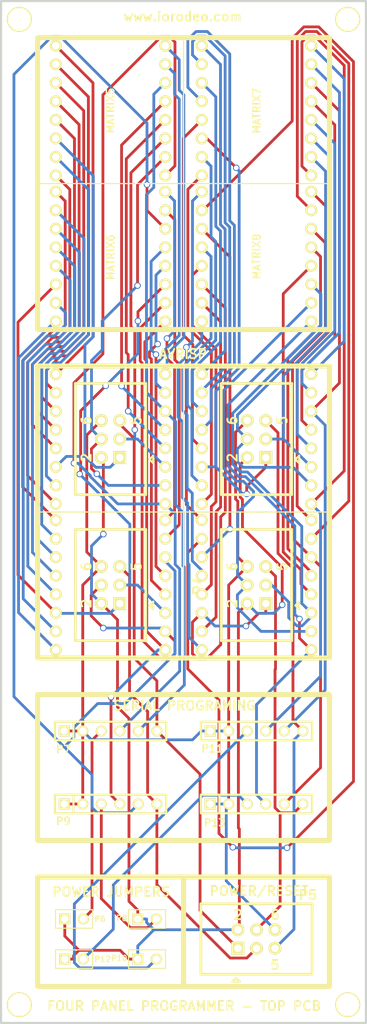
<source format=kicad_pcb>
(kicad_pcb (version 3) (host pcbnew "(2013-mar-13)-testing")

  (general
    (links 116)
    (no_connects 0)
    (area 0 0 0 0)
    (thickness 1.6)
    (drawings 27)
    (tracks 664)
    (zones 0)
    (modules 25)
    (nets 75)
  )

  (page A4)
  (layers
    (15 F.Cu signal)
    (0 B.Cu signal)
    (16 B.Adhes user)
    (17 F.Adhes user)
    (18 B.Paste user)
    (19 F.Paste user)
    (20 B.SilkS user)
    (21 F.SilkS user)
    (22 B.Mask user)
    (23 F.Mask user)
    (24 Dwgs.User user)
    (25 Cmts.User user)
    (26 Eco1.User user)
    (27 Eco2.User user)
    (28 Edge.Cuts user)
  )

  (setup
    (last_trace_width 0.381)
    (trace_clearance 0.254)
    (zone_clearance 0.508)
    (zone_45_only no)
    (trace_min 0.254)
    (segment_width 0.2)
    (edge_width 0.1)
    (via_size 0.889)
    (via_drill 0.635)
    (via_min_size 0.889)
    (via_min_drill 0.508)
    (uvia_size 0.508)
    (uvia_drill 0.127)
    (uvias_allowed no)
    (uvia_min_size 0.508)
    (uvia_min_drill 0.127)
    (pcb_text_width 0.3)
    (pcb_text_size 1.5 1.5)
    (mod_edge_width 0.3)
    (mod_text_size 1 1)
    (mod_text_width 0.15)
    (pad_size 3.429 3.429)
    (pad_drill 3.048)
    (pad_to_mask_clearance 0)
    (aux_axis_origin 0 0)
    (visible_elements FFFFFF7F)
    (pcbplotparams
      (layerselection 3178497)
      (usegerberextensions true)
      (excludeedgelayer true)
      (linewidth 0.150000)
      (plotframeref false)
      (viasonmask false)
      (mode 1)
      (useauxorigin false)
      (hpglpennumber 1)
      (hpglpenspeed 20)
      (hpglpendiameter 15)
      (hpglpenoverlay 2)
      (psnegative false)
      (psa4output false)
      (plotreference true)
      (plotvalue true)
      (plotothertext true)
      (plotinvisibletext false)
      (padsonsilk false)
      (subtractmaskfromsilk false)
      (outputformat 1)
      (mirror false)
      (drillshape 1)
      (scaleselection 1)
      (outputdirectory ""))
  )

  (net 0 "")
  (net 1 +5V)
  (net 2 /A1_1)
  (net 3 /A1_2)
  (net 4 /A1_3)
  (net 5 /A1_4)
  (net 6 /A2_1)
  (net 7 /A2_2)
  (net 8 /A2_3)
  (net 9 /A2_4)
  (net 10 /A3_1)
  (net 11 /A3_2)
  (net 12 /A3_3)
  (net 13 /A3_4)
  (net 14 /A7_1)
  (net 15 /A7_2)
  (net 16 /A7_3)
  (net 17 /A7_4)
  (net 18 /A8_1)
  (net 19 /A8_2)
  (net 20 /A8_3)
  (net 21 /A8_4)
  (net 22 /C3_1)
  (net 23 /C3_2)
  (net 24 /C3_3)
  (net 25 /C3_4)
  (net 26 /C4_1)
  (net 27 /C4_2)
  (net 28 /C4_3)
  (net 29 /C4_4)
  (net 30 /C5_1)
  (net 31 /C5_2)
  (net 32 /C5_3)
  (net 33 /C5_4)
  (net 34 /C6_1)
  (net 35 /C6_2)
  (net 36 /C6_3)
  (net 37 /C6_4)
  (net 38 /C7_1)
  (net 39 /C7_2)
  (net 40 /C7_3)
  (net 41 /C7_4)
  (net 42 /C8_1)
  (net 43 /C8_2)
  (net 44 /C8_3)
  (net 45 /C8_4)
  (net 46 /MISO_1)
  (net 47 /MISO_2)
  (net 48 /MISO_3)
  (net 49 /MISO_4)
  (net 50 /MOSI_1)
  (net 51 /MOSI_2)
  (net 52 /MOSI_3)
  (net 53 /MOSI_4)
  (net 54 /RX_1)
  (net 55 /RX_2)
  (net 56 /RX_3)
  (net 57 /RX_4)
  (net 58 /SCK_1)
  (net 59 /SCK_2)
  (net 60 /SCK_3)
  (net 61 /SCK_4)
  (net 62 /TX_1)
  (net 63 /TX_2)
  (net 64 /TX_3)
  (net 65 /TX_4)
  (net 66 /~RST_1)
  (net 67 /~RST_2)
  (net 68 /~RST_3)
  (net 69 /~RST_4)
  (net 70 GND)
  (net 71 N-0000035)
  (net 72 N-0000036)
  (net 73 N-0000037)
  (net 74 N-0000041)

  (net_class Default "This is the default net class."
    (clearance 0.254)
    (trace_width 0.381)
    (via_dia 0.889)
    (via_drill 0.635)
    (uvia_dia 0.508)
    (uvia_drill 0.127)
    (add_net "")
    (add_net +5V)
    (add_net /A1_1)
    (add_net /A1_2)
    (add_net /A1_3)
    (add_net /A1_4)
    (add_net /A2_1)
    (add_net /A2_2)
    (add_net /A2_3)
    (add_net /A2_4)
    (add_net /A3_1)
    (add_net /A3_2)
    (add_net /A3_3)
    (add_net /A3_4)
    (add_net /A7_1)
    (add_net /A7_2)
    (add_net /A7_3)
    (add_net /A7_4)
    (add_net /A8_1)
    (add_net /A8_2)
    (add_net /A8_3)
    (add_net /A8_4)
    (add_net /C3_1)
    (add_net /C3_2)
    (add_net /C3_3)
    (add_net /C3_4)
    (add_net /C4_1)
    (add_net /C4_2)
    (add_net /C4_3)
    (add_net /C4_4)
    (add_net /C5_1)
    (add_net /C5_2)
    (add_net /C5_3)
    (add_net /C5_4)
    (add_net /C6_1)
    (add_net /C6_2)
    (add_net /C6_3)
    (add_net /C6_4)
    (add_net /C7_1)
    (add_net /C7_2)
    (add_net /C7_3)
    (add_net /C7_4)
    (add_net /C8_1)
    (add_net /C8_2)
    (add_net /C8_3)
    (add_net /C8_4)
    (add_net /MISO_1)
    (add_net /MISO_2)
    (add_net /MISO_3)
    (add_net /MISO_4)
    (add_net /MOSI_1)
    (add_net /MOSI_2)
    (add_net /MOSI_3)
    (add_net /MOSI_4)
    (add_net /RX_1)
    (add_net /RX_2)
    (add_net /RX_3)
    (add_net /RX_4)
    (add_net /SCK_1)
    (add_net /SCK_2)
    (add_net /SCK_3)
    (add_net /SCK_4)
    (add_net /TX_1)
    (add_net /TX_2)
    (add_net /TX_3)
    (add_net /TX_4)
    (add_net /~RST_1)
    (add_net /~RST_2)
    (add_net /~RST_3)
    (add_net /~RST_4)
    (add_net GND)
    (add_net N-0000035)
    (add_net N-0000036)
    (add_net N-0000037)
    (add_net N-0000041)
  )

  (module LED_MATRIX_20MM_8x8 (layer F.Cu) (tedit 52411D07) (tstamp 524115BE)
    (at 60 105)
    (path /5240D500)
    (fp_text reference MATRIX1 (at 1.5 0 90) (layer F.SilkS) hide
      (effects (font (size 1.016 1.016) (thickness 0.2032)))
    )
    (fp_text value LED_8X8 (at -1 0 90) (layer F.SilkS) hide
      (effects (font (size 1.016 1.016) (thickness 0.2032)))
    )
    (fp_line (start 0 -10) (end 10 -10) (layer F.SilkS) (width 0.15))
    (fp_line (start 10 -10) (end 10 10) (layer F.SilkS) (width 0.15))
    (fp_line (start 10 10) (end -10 10) (layer F.SilkS) (width 0.15))
    (fp_line (start -10 10) (end -10 -10) (layer F.SilkS) (width 0.15))
    (fp_line (start -10 -10) (end 0.5 -10) (layer F.SilkS) (width 0.15))
    (pad 1 thru_hole circle (at -7.5 -8.89) (size 1.651 1.651) (drill 1.016)
      (layers *.Cu *.Mask F.SilkS)
      (net 30 /C5_1)
    )
    (pad 2 thru_hole circle (at -7.5 -6.35) (size 1.651 1.651) (drill 1.016)
      (layers *.Cu *.Mask F.SilkS)
      (net 38 /C7_1)
    )
    (pad 3 thru_hole circle (at -7.5 -3.81) (size 1.651 1.651) (drill 1.016)
      (layers *.Cu *.Mask F.SilkS)
      (net 6 /A2_1)
    )
    (pad 4 thru_hole circle (at -7.5 -1.27) (size 1.651 1.651) (drill 1.016)
      (layers *.Cu *.Mask F.SilkS)
      (net 10 /A3_1)
    )
    (pad 5 thru_hole circle (at -7.5 1.27) (size 1.651 1.651) (drill 1.016)
      (layers *.Cu *.Mask F.SilkS)
      (net 42 /C8_1)
    )
    (pad 6 thru_hole circle (at -7.5 3.81) (size 1.651 1.651) (drill 1.016)
      (layers *.Cu *.Mask F.SilkS)
      (net 46 /MISO_1)
    )
    (pad 7 thru_hole circle (at -7.5 6.35) (size 1.651 1.651) (drill 1.016)
      (layers *.Cu *.Mask F.SilkS)
      (net 34 /C6_1)
    )
    (pad 8 thru_hole circle (at -7.5 8.89) (size 1.651 1.651) (drill 1.016)
      (layers *.Cu *.Mask F.SilkS)
      (net 22 /C3_1)
    )
    (pad 9 thru_hole circle (at 7.5 8.89) (size 1.651 1.651) (drill 1.016)
      (layers *.Cu *.Mask F.SilkS)
      (net 54 /RX_1)
    )
    (pad 10 thru_hole circle (at 7.5 6.35) (size 1.651 1.651) (drill 1.016)
      (layers *.Cu *.Mask F.SilkS)
      (net 50 /MOSI_1)
    )
    (pad 11 thru_hole circle (at 7.5 3.81) (size 1.651 1.651) (drill 1.016)
      (layers *.Cu *.Mask F.SilkS)
      (net 58 /SCK_1)
    )
    (pad 12 thru_hole circle (at 7.5 1.27) (size 1.651 1.651) (drill 1.016)
      (layers *.Cu *.Mask F.SilkS)
      (net 26 /C4_1)
    )
    (pad 13 thru_hole circle (at 7.5 -1.27) (size 1.651 1.651) (drill 1.016)
      (layers *.Cu *.Mask F.SilkS)
      (net 2 /A1_1)
    )
    (pad 14 thru_hole circle (at 7.5 -3.81) (size 1.651 1.651) (drill 1.016)
      (layers *.Cu *.Mask F.SilkS)
      (net 62 /TX_1)
    )
    (pad 15 thru_hole circle (at 7.5 -6.35) (size 1.651 1.651) (drill 1.016)
      (layers *.Cu *.Mask F.SilkS)
      (net 14 /A7_1)
    )
    (pad 16 thru_hole circle (at 7.5 -8.89) (size 1.651 1.651) (drill 1.016)
      (layers *.Cu *.Mask F.SilkS)
      (net 18 /A8_1)
    )
  )

  (module LED_MATRIX_20MM_8x8 (layer F.Cu) (tedit 52411D59) (tstamp 524115D7)
    (at 60 125)
    (path /5240DA05)
    (fp_text reference MATRIX2 (at 1.5 0 90) (layer F.SilkS) hide
      (effects (font (size 1.016 1.016) (thickness 0.2032)))
    )
    (fp_text value LED_8X8 (at -1 0 90) (layer F.SilkS) hide
      (effects (font (size 1.016 1.016) (thickness 0.2032)))
    )
    (fp_line (start 0 -10) (end 10 -10) (layer F.SilkS) (width 0.15))
    (fp_line (start 10 -10) (end 10 10) (layer F.SilkS) (width 0.15))
    (fp_line (start 10 10) (end -10 10) (layer F.SilkS) (width 0.15))
    (fp_line (start -10 10) (end -10 -10) (layer F.SilkS) (width 0.15))
    (fp_line (start -10 -10) (end 0.5 -10) (layer F.SilkS) (width 0.15))
    (pad 1 thru_hole circle (at -7.5 -8.89) (size 1.651 1.651) (drill 1.016)
      (layers *.Cu *.Mask F.SilkS)
      (net 31 /C5_2)
    )
    (pad 2 thru_hole circle (at -7.5 -6.35) (size 1.651 1.651) (drill 1.016)
      (layers *.Cu *.Mask F.SilkS)
      (net 39 /C7_2)
    )
    (pad 3 thru_hole circle (at -7.5 -3.81) (size 1.651 1.651) (drill 1.016)
      (layers *.Cu *.Mask F.SilkS)
      (net 7 /A2_2)
    )
    (pad 4 thru_hole circle (at -7.5 -1.27) (size 1.651 1.651) (drill 1.016)
      (layers *.Cu *.Mask F.SilkS)
      (net 11 /A3_2)
    )
    (pad 5 thru_hole circle (at -7.5 1.27) (size 1.651 1.651) (drill 1.016)
      (layers *.Cu *.Mask F.SilkS)
      (net 43 /C8_2)
    )
    (pad 6 thru_hole circle (at -7.5 3.81) (size 1.651 1.651) (drill 1.016)
      (layers *.Cu *.Mask F.SilkS)
      (net 47 /MISO_2)
    )
    (pad 7 thru_hole circle (at -7.5 6.35) (size 1.651 1.651) (drill 1.016)
      (layers *.Cu *.Mask F.SilkS)
      (net 35 /C6_2)
    )
    (pad 8 thru_hole circle (at -7.5 8.89) (size 1.651 1.651) (drill 1.016)
      (layers *.Cu *.Mask F.SilkS)
      (net 23 /C3_2)
    )
    (pad 9 thru_hole circle (at 7.5 8.89) (size 1.651 1.651) (drill 1.016)
      (layers *.Cu *.Mask F.SilkS)
      (net 55 /RX_2)
    )
    (pad 10 thru_hole circle (at 7.5 6.35) (size 1.651 1.651) (drill 1.016)
      (layers *.Cu *.Mask F.SilkS)
      (net 51 /MOSI_2)
    )
    (pad 11 thru_hole circle (at 7.5 3.81) (size 1.651 1.651) (drill 1.016)
      (layers *.Cu *.Mask F.SilkS)
      (net 59 /SCK_2)
    )
    (pad 12 thru_hole circle (at 7.5 1.27) (size 1.651 1.651) (drill 1.016)
      (layers *.Cu *.Mask F.SilkS)
      (net 27 /C4_2)
    )
    (pad 13 thru_hole circle (at 7.5 -1.27) (size 1.651 1.651) (drill 1.016)
      (layers *.Cu *.Mask F.SilkS)
      (net 3 /A1_2)
    )
    (pad 14 thru_hole circle (at 7.5 -3.81) (size 1.651 1.651) (drill 1.016)
      (layers *.Cu *.Mask F.SilkS)
      (net 63 /TX_2)
    )
    (pad 15 thru_hole circle (at 7.5 -6.35) (size 1.651 1.651) (drill 1.016)
      (layers *.Cu *.Mask F.SilkS)
      (net 15 /A7_2)
    )
    (pad 16 thru_hole circle (at 7.5 -8.89) (size 1.651 1.651) (drill 1.016)
      (layers *.Cu *.Mask F.SilkS)
      (net 19 /A8_2)
    )
  )

  (module LED_MATRIX_20MM_8x8 (layer F.Cu) (tedit 52411D2D) (tstamp 524115F0)
    (at 80 105)
    (path /5240D9CE)
    (fp_text reference MATRIX3 (at 1.5 0 90) (layer F.SilkS) hide
      (effects (font (size 1.016 1.016) (thickness 0.2032)))
    )
    (fp_text value LED_8X8 (at -1 0 90) (layer F.SilkS) hide
      (effects (font (size 1.016 1.016) (thickness 0.2032)))
    )
    (fp_line (start 0 -10) (end 10 -10) (layer F.SilkS) (width 0.15))
    (fp_line (start 10 -10) (end 10 10) (layer F.SilkS) (width 0.15))
    (fp_line (start 10 10) (end -10 10) (layer F.SilkS) (width 0.15))
    (fp_line (start -10 10) (end -10 -10) (layer F.SilkS) (width 0.15))
    (fp_line (start -10 -10) (end 0.5 -10) (layer F.SilkS) (width 0.15))
    (pad 1 thru_hole circle (at -7.5 -8.89) (size 1.651 1.651) (drill 1.016)
      (layers *.Cu *.Mask F.SilkS)
      (net 32 /C5_3)
    )
    (pad 2 thru_hole circle (at -7.5 -6.35) (size 1.651 1.651) (drill 1.016)
      (layers *.Cu *.Mask F.SilkS)
      (net 40 /C7_3)
    )
    (pad 3 thru_hole circle (at -7.5 -3.81) (size 1.651 1.651) (drill 1.016)
      (layers *.Cu *.Mask F.SilkS)
      (net 8 /A2_3)
    )
    (pad 4 thru_hole circle (at -7.5 -1.27) (size 1.651 1.651) (drill 1.016)
      (layers *.Cu *.Mask F.SilkS)
      (net 12 /A3_3)
    )
    (pad 5 thru_hole circle (at -7.5 1.27) (size 1.651 1.651) (drill 1.016)
      (layers *.Cu *.Mask F.SilkS)
      (net 44 /C8_3)
    )
    (pad 6 thru_hole circle (at -7.5 3.81) (size 1.651 1.651) (drill 1.016)
      (layers *.Cu *.Mask F.SilkS)
      (net 48 /MISO_3)
    )
    (pad 7 thru_hole circle (at -7.5 6.35) (size 1.651 1.651) (drill 1.016)
      (layers *.Cu *.Mask F.SilkS)
      (net 36 /C6_3)
    )
    (pad 8 thru_hole circle (at -7.5 8.89) (size 1.651 1.651) (drill 1.016)
      (layers *.Cu *.Mask F.SilkS)
      (net 24 /C3_3)
    )
    (pad 9 thru_hole circle (at 7.5 8.89) (size 1.651 1.651) (drill 1.016)
      (layers *.Cu *.Mask F.SilkS)
      (net 56 /RX_3)
    )
    (pad 10 thru_hole circle (at 7.5 6.35) (size 1.651 1.651) (drill 1.016)
      (layers *.Cu *.Mask F.SilkS)
      (net 52 /MOSI_3)
    )
    (pad 11 thru_hole circle (at 7.5 3.81) (size 1.651 1.651) (drill 1.016)
      (layers *.Cu *.Mask F.SilkS)
      (net 60 /SCK_3)
    )
    (pad 12 thru_hole circle (at 7.5 1.27) (size 1.651 1.651) (drill 1.016)
      (layers *.Cu *.Mask F.SilkS)
      (net 28 /C4_3)
    )
    (pad 13 thru_hole circle (at 7.5 -1.27) (size 1.651 1.651) (drill 1.016)
      (layers *.Cu *.Mask F.SilkS)
      (net 4 /A1_3)
    )
    (pad 14 thru_hole circle (at 7.5 -3.81) (size 1.651 1.651) (drill 1.016)
      (layers *.Cu *.Mask F.SilkS)
      (net 64 /TX_3)
    )
    (pad 15 thru_hole circle (at 7.5 -6.35) (size 1.651 1.651) (drill 1.016)
      (layers *.Cu *.Mask F.SilkS)
      (net 16 /A7_3)
    )
    (pad 16 thru_hole circle (at 7.5 -8.89) (size 1.651 1.651) (drill 1.016)
      (layers *.Cu *.Mask F.SilkS)
      (net 20 /A8_3)
    )
  )

  (module LED_MATRIX_20MM_8x8 (layer F.Cu) (tedit 52411D6A) (tstamp 52411609)
    (at 80 125)
    (path /5240DA3C)
    (fp_text reference MATRIX4 (at 1.5 0 90) (layer F.SilkS) hide
      (effects (font (size 1.016 1.016) (thickness 0.2032)))
    )
    (fp_text value LED_8X8 (at -1 0 90) (layer F.SilkS) hide
      (effects (font (size 1.016 1.016) (thickness 0.2032)))
    )
    (fp_line (start 0 -10) (end 10 -10) (layer F.SilkS) (width 0.15))
    (fp_line (start 10 -10) (end 10 10) (layer F.SilkS) (width 0.15))
    (fp_line (start 10 10) (end -10 10) (layer F.SilkS) (width 0.15))
    (fp_line (start -10 10) (end -10 -10) (layer F.SilkS) (width 0.15))
    (fp_line (start -10 -10) (end 0.5 -10) (layer F.SilkS) (width 0.15))
    (pad 1 thru_hole circle (at -7.5 -8.89) (size 1.651 1.651) (drill 1.016)
      (layers *.Cu *.Mask F.SilkS)
      (net 33 /C5_4)
    )
    (pad 2 thru_hole circle (at -7.5 -6.35) (size 1.651 1.651) (drill 1.016)
      (layers *.Cu *.Mask F.SilkS)
      (net 41 /C7_4)
    )
    (pad 3 thru_hole circle (at -7.5 -3.81) (size 1.651 1.651) (drill 1.016)
      (layers *.Cu *.Mask F.SilkS)
      (net 9 /A2_4)
    )
    (pad 4 thru_hole circle (at -7.5 -1.27) (size 1.651 1.651) (drill 1.016)
      (layers *.Cu *.Mask F.SilkS)
      (net 13 /A3_4)
    )
    (pad 5 thru_hole circle (at -7.5 1.27) (size 1.651 1.651) (drill 1.016)
      (layers *.Cu *.Mask F.SilkS)
      (net 45 /C8_4)
    )
    (pad 6 thru_hole circle (at -7.5 3.81) (size 1.651 1.651) (drill 1.016)
      (layers *.Cu *.Mask F.SilkS)
      (net 49 /MISO_4)
    )
    (pad 7 thru_hole circle (at -7.5 6.35) (size 1.651 1.651) (drill 1.016)
      (layers *.Cu *.Mask F.SilkS)
      (net 37 /C6_4)
    )
    (pad 8 thru_hole circle (at -7.5 8.89) (size 1.651 1.651) (drill 1.016)
      (layers *.Cu *.Mask F.SilkS)
      (net 25 /C3_4)
    )
    (pad 9 thru_hole circle (at 7.5 8.89) (size 1.651 1.651) (drill 1.016)
      (layers *.Cu *.Mask F.SilkS)
      (net 57 /RX_4)
    )
    (pad 10 thru_hole circle (at 7.5 6.35) (size 1.651 1.651) (drill 1.016)
      (layers *.Cu *.Mask F.SilkS)
      (net 53 /MOSI_4)
    )
    (pad 11 thru_hole circle (at 7.5 3.81) (size 1.651 1.651) (drill 1.016)
      (layers *.Cu *.Mask F.SilkS)
      (net 61 /SCK_4)
    )
    (pad 12 thru_hole circle (at 7.5 1.27) (size 1.651 1.651) (drill 1.016)
      (layers *.Cu *.Mask F.SilkS)
      (net 29 /C4_4)
    )
    (pad 13 thru_hole circle (at 7.5 -1.27) (size 1.651 1.651) (drill 1.016)
      (layers *.Cu *.Mask F.SilkS)
      (net 5 /A1_4)
    )
    (pad 14 thru_hole circle (at 7.5 -3.81) (size 1.651 1.651) (drill 1.016)
      (layers *.Cu *.Mask F.SilkS)
      (net 65 /TX_4)
    )
    (pad 15 thru_hole circle (at 7.5 -6.35) (size 1.651 1.651) (drill 1.016)
      (layers *.Cu *.Mask F.SilkS)
      (net 17 /A7_4)
    )
    (pad 16 thru_hole circle (at 7.5 -8.89) (size 1.651 1.651) (drill 1.016)
      (layers *.Cu *.Mask F.SilkS)
      (net 21 /A8_4)
    )
  )

  (module LED_MATRIX_20MM_8x8 (layer F.Cu) (tedit 52411D88) (tstamp 524121C6)
    (at 60 60)
    (path /5240DB63)
    (fp_text reference MATRIX5 (at -0.0179 0.0075 90) (layer F.SilkS)
      (effects (font (size 1.016 1.016) (thickness 0.2032)))
    )
    (fp_text value LED_8X8 (at -1 0 90) (layer F.SilkS) hide
      (effects (font (size 1.016 1.016) (thickness 0.2032)))
    )
    (fp_line (start 0 -10) (end 10 -10) (layer F.SilkS) (width 0.15))
    (fp_line (start 10 -10) (end 10 10) (layer F.SilkS) (width 0.15))
    (fp_line (start 10 10) (end -10 10) (layer F.SilkS) (width 0.15))
    (fp_line (start -10 10) (end -10 -10) (layer F.SilkS) (width 0.15))
    (fp_line (start -10 -10) (end 0.5 -10) (layer F.SilkS) (width 0.15))
    (pad 1 thru_hole circle (at -7.5 -8.89) (size 1.651 1.651) (drill 1.016)
      (layers *.Cu *.Mask F.SilkS)
      (net 30 /C5_1)
    )
    (pad 2 thru_hole circle (at -7.5 -6.35) (size 1.651 1.651) (drill 1.016)
      (layers *.Cu *.Mask F.SilkS)
      (net 38 /C7_1)
    )
    (pad 3 thru_hole circle (at -7.5 -3.81) (size 1.651 1.651) (drill 1.016)
      (layers *.Cu *.Mask F.SilkS)
      (net 6 /A2_1)
    )
    (pad 4 thru_hole circle (at -7.5 -1.27) (size 1.651 1.651) (drill 1.016)
      (layers *.Cu *.Mask F.SilkS)
      (net 10 /A3_1)
    )
    (pad 5 thru_hole circle (at -7.5 1.27) (size 1.651 1.651) (drill 1.016)
      (layers *.Cu *.Mask F.SilkS)
      (net 42 /C8_1)
    )
    (pad 6 thru_hole circle (at -7.5 3.81) (size 1.651 1.651) (drill 1.016)
      (layers *.Cu *.Mask F.SilkS)
      (net 46 /MISO_1)
    )
    (pad 7 thru_hole circle (at -7.5 6.35) (size 1.651 1.651) (drill 1.016)
      (layers *.Cu *.Mask F.SilkS)
      (net 34 /C6_1)
    )
    (pad 8 thru_hole circle (at -7.5 8.89) (size 1.651 1.651) (drill 1.016)
      (layers *.Cu *.Mask F.SilkS)
      (net 22 /C3_1)
    )
    (pad 9 thru_hole circle (at 7.5 8.89) (size 1.651 1.651) (drill 1.016)
      (layers *.Cu *.Mask F.SilkS)
      (net 54 /RX_1)
    )
    (pad 10 thru_hole circle (at 7.5 6.35) (size 1.651 1.651) (drill 1.016)
      (layers *.Cu *.Mask F.SilkS)
      (net 50 /MOSI_1)
    )
    (pad 11 thru_hole circle (at 7.5 3.81) (size 1.651 1.651) (drill 1.016)
      (layers *.Cu *.Mask F.SilkS)
      (net 58 /SCK_1)
    )
    (pad 12 thru_hole circle (at 7.5 1.27) (size 1.651 1.651) (drill 1.016)
      (layers *.Cu *.Mask F.SilkS)
      (net 26 /C4_1)
    )
    (pad 13 thru_hole circle (at 7.5 -1.27) (size 1.651 1.651) (drill 1.016)
      (layers *.Cu *.Mask F.SilkS)
      (net 2 /A1_1)
    )
    (pad 14 thru_hole circle (at 7.5 -3.81) (size 1.651 1.651) (drill 1.016)
      (layers *.Cu *.Mask F.SilkS)
      (net 62 /TX_1)
    )
    (pad 15 thru_hole circle (at 7.5 -6.35) (size 1.651 1.651) (drill 1.016)
      (layers *.Cu *.Mask F.SilkS)
      (net 14 /A7_1)
    )
    (pad 16 thru_hole circle (at 7.5 -8.89) (size 1.651 1.651) (drill 1.016)
      (layers *.Cu *.Mask F.SilkS)
      (net 18 /A8_1)
    )
  )

  (module LED_MATRIX_20MM_8x8 (layer F.Cu) (tedit 52411DB9) (tstamp 524121E0)
    (at 60 80)
    (path /5240DB7C)
    (fp_text reference MATRIX6 (at 0.0202 0.0862 90) (layer F.SilkS)
      (effects (font (size 1.016 1.016) (thickness 0.2032)))
    )
    (fp_text value LED_8X8 (at -1 0 90) (layer F.SilkS) hide
      (effects (font (size 1.016 1.016) (thickness 0.2032)))
    )
    (fp_line (start 0 -10) (end 10 -10) (layer F.SilkS) (width 0.15))
    (fp_line (start 10 -10) (end 10 10) (layer F.SilkS) (width 0.15))
    (fp_line (start 10 10) (end -10 10) (layer F.SilkS) (width 0.15))
    (fp_line (start -10 10) (end -10 -10) (layer F.SilkS) (width 0.15))
    (fp_line (start -10 -10) (end 0.5 -10) (layer F.SilkS) (width 0.15))
    (pad 1 thru_hole circle (at -7.5 -8.89) (size 1.651 1.651) (drill 1.016)
      (layers *.Cu *.Mask F.SilkS)
      (net 31 /C5_2)
    )
    (pad 2 thru_hole circle (at -7.5 -6.35) (size 1.651 1.651) (drill 1.016)
      (layers *.Cu *.Mask F.SilkS)
      (net 39 /C7_2)
    )
    (pad 3 thru_hole circle (at -7.5 -3.81) (size 1.651 1.651) (drill 1.016)
      (layers *.Cu *.Mask F.SilkS)
      (net 7 /A2_2)
    )
    (pad 4 thru_hole circle (at -7.5 -1.27) (size 1.651 1.651) (drill 1.016)
      (layers *.Cu *.Mask F.SilkS)
      (net 11 /A3_2)
    )
    (pad 5 thru_hole circle (at -7.5 1.27) (size 1.651 1.651) (drill 1.016)
      (layers *.Cu *.Mask F.SilkS)
      (net 43 /C8_2)
    )
    (pad 6 thru_hole circle (at -7.5 3.81) (size 1.651 1.651) (drill 1.016)
      (layers *.Cu *.Mask F.SilkS)
      (net 47 /MISO_2)
    )
    (pad 7 thru_hole circle (at -7.5 6.35) (size 1.651 1.651) (drill 1.016)
      (layers *.Cu *.Mask F.SilkS)
      (net 35 /C6_2)
    )
    (pad 8 thru_hole circle (at -7.5 8.89) (size 1.651 1.651) (drill 1.016)
      (layers *.Cu *.Mask F.SilkS)
      (net 23 /C3_2)
    )
    (pad 9 thru_hole circle (at 7.5 8.89) (size 1.651 1.651) (drill 1.016)
      (layers *.Cu *.Mask F.SilkS)
      (net 55 /RX_2)
    )
    (pad 10 thru_hole circle (at 7.5 6.35) (size 1.651 1.651) (drill 1.016)
      (layers *.Cu *.Mask F.SilkS)
      (net 51 /MOSI_2)
    )
    (pad 11 thru_hole circle (at 7.5 3.81) (size 1.651 1.651) (drill 1.016)
      (layers *.Cu *.Mask F.SilkS)
      (net 59 /SCK_2)
    )
    (pad 12 thru_hole circle (at 7.5 1.27) (size 1.651 1.651) (drill 1.016)
      (layers *.Cu *.Mask F.SilkS)
      (net 27 /C4_2)
    )
    (pad 13 thru_hole circle (at 7.5 -1.27) (size 1.651 1.651) (drill 1.016)
      (layers *.Cu *.Mask F.SilkS)
      (net 3 /A1_2)
    )
    (pad 14 thru_hole circle (at 7.5 -3.81) (size 1.651 1.651) (drill 1.016)
      (layers *.Cu *.Mask F.SilkS)
      (net 63 /TX_2)
    )
    (pad 15 thru_hole circle (at 7.5 -6.35) (size 1.651 1.651) (drill 1.016)
      (layers *.Cu *.Mask F.SilkS)
      (net 15 /A7_2)
    )
    (pad 16 thru_hole circle (at 7.5 -8.89) (size 1.651 1.651) (drill 1.016)
      (layers *.Cu *.Mask F.SilkS)
      (net 19 /A8_2)
    )
  )

  (module LED_MATRIX_20MM_8x8 (layer F.Cu) (tedit 52411D92) (tstamp 52411654)
    (at 80 60)
    (path /5240DB8B)
    (fp_text reference MATRIX7 (at 0.0227 0.0202 90) (layer F.SilkS)
      (effects (font (size 1.016 1.016) (thickness 0.2032)))
    )
    (fp_text value LED_8X8 (at -1 0 90) (layer F.SilkS) hide
      (effects (font (size 1.016 1.016) (thickness 0.2032)))
    )
    (fp_line (start 0 -10) (end 10 -10) (layer F.SilkS) (width 0.15))
    (fp_line (start 10 -10) (end 10 10) (layer F.SilkS) (width 0.15))
    (fp_line (start 10 10) (end -10 10) (layer F.SilkS) (width 0.15))
    (fp_line (start -10 10) (end -10 -10) (layer F.SilkS) (width 0.15))
    (fp_line (start -10 -10) (end 0.5 -10) (layer F.SilkS) (width 0.15))
    (pad 1 thru_hole circle (at -7.5 -8.89) (size 1.651 1.651) (drill 1.016)
      (layers *.Cu *.Mask F.SilkS)
      (net 32 /C5_3)
    )
    (pad 2 thru_hole circle (at -7.5 -6.35) (size 1.651 1.651) (drill 1.016)
      (layers *.Cu *.Mask F.SilkS)
      (net 40 /C7_3)
    )
    (pad 3 thru_hole circle (at -7.5 -3.81) (size 1.651 1.651) (drill 1.016)
      (layers *.Cu *.Mask F.SilkS)
      (net 8 /A2_3)
    )
    (pad 4 thru_hole circle (at -7.5 -1.27) (size 1.651 1.651) (drill 1.016)
      (layers *.Cu *.Mask F.SilkS)
      (net 12 /A3_3)
    )
    (pad 5 thru_hole circle (at -7.5 1.27) (size 1.651 1.651) (drill 1.016)
      (layers *.Cu *.Mask F.SilkS)
      (net 44 /C8_3)
    )
    (pad 6 thru_hole circle (at -7.5 3.81) (size 1.651 1.651) (drill 1.016)
      (layers *.Cu *.Mask F.SilkS)
      (net 48 /MISO_3)
    )
    (pad 7 thru_hole circle (at -7.5 6.35) (size 1.651 1.651) (drill 1.016)
      (layers *.Cu *.Mask F.SilkS)
      (net 36 /C6_3)
    )
    (pad 8 thru_hole circle (at -7.5 8.89) (size 1.651 1.651) (drill 1.016)
      (layers *.Cu *.Mask F.SilkS)
      (net 24 /C3_3)
    )
    (pad 9 thru_hole circle (at 7.5 8.89) (size 1.651 1.651) (drill 1.016)
      (layers *.Cu *.Mask F.SilkS)
      (net 56 /RX_3)
    )
    (pad 10 thru_hole circle (at 7.5 6.35) (size 1.651 1.651) (drill 1.016)
      (layers *.Cu *.Mask F.SilkS)
      (net 52 /MOSI_3)
    )
    (pad 11 thru_hole circle (at 7.5 3.81) (size 1.651 1.651) (drill 1.016)
      (layers *.Cu *.Mask F.SilkS)
      (net 60 /SCK_3)
    )
    (pad 12 thru_hole circle (at 7.5 1.27) (size 1.651 1.651) (drill 1.016)
      (layers *.Cu *.Mask F.SilkS)
      (net 28 /C4_3)
    )
    (pad 13 thru_hole circle (at 7.5 -1.27) (size 1.651 1.651) (drill 1.016)
      (layers *.Cu *.Mask F.SilkS)
      (net 4 /A1_3)
    )
    (pad 14 thru_hole circle (at 7.5 -3.81) (size 1.651 1.651) (drill 1.016)
      (layers *.Cu *.Mask F.SilkS)
      (net 64 /TX_3)
    )
    (pad 15 thru_hole circle (at 7.5 -6.35) (size 1.651 1.651) (drill 1.016)
      (layers *.Cu *.Mask F.SilkS)
      (net 16 /A7_3)
    )
    (pad 16 thru_hole circle (at 7.5 -8.89) (size 1.651 1.651) (drill 1.016)
      (layers *.Cu *.Mask F.SilkS)
      (net 20 /A8_3)
    )
  )

  (module LED_MATRIX_20MM_8x8 (layer F.Cu) (tedit 52411DC7) (tstamp 5241166D)
    (at 80 80)
    (path /5240DB9A)
    (fp_text reference MATRIX8 (at 0.01 -0.0027 90) (layer F.SilkS)
      (effects (font (size 1.016 1.016) (thickness 0.2032)))
    )
    (fp_text value LED_8X8 (at -1 0 90) (layer F.SilkS) hide
      (effects (font (size 1.016 1.016) (thickness 0.2032)))
    )
    (fp_line (start 0 -10) (end 10 -10) (layer F.SilkS) (width 0.15))
    (fp_line (start 10 -10) (end 10 10) (layer F.SilkS) (width 0.15))
    (fp_line (start 10 10) (end -10 10) (layer F.SilkS) (width 0.15))
    (fp_line (start -10 10) (end -10 -10) (layer F.SilkS) (width 0.15))
    (fp_line (start -10 -10) (end 0.5 -10) (layer F.SilkS) (width 0.15))
    (pad 1 thru_hole circle (at -7.5 -8.89) (size 1.651 1.651) (drill 1.016)
      (layers *.Cu *.Mask F.SilkS)
      (net 33 /C5_4)
    )
    (pad 2 thru_hole circle (at -7.5 -6.35) (size 1.651 1.651) (drill 1.016)
      (layers *.Cu *.Mask F.SilkS)
      (net 41 /C7_4)
    )
    (pad 3 thru_hole circle (at -7.5 -3.81) (size 1.651 1.651) (drill 1.016)
      (layers *.Cu *.Mask F.SilkS)
      (net 9 /A2_4)
    )
    (pad 4 thru_hole circle (at -7.5 -1.27) (size 1.651 1.651) (drill 1.016)
      (layers *.Cu *.Mask F.SilkS)
      (net 13 /A3_4)
    )
    (pad 5 thru_hole circle (at -7.5 1.27) (size 1.651 1.651) (drill 1.016)
      (layers *.Cu *.Mask F.SilkS)
      (net 45 /C8_4)
    )
    (pad 6 thru_hole circle (at -7.5 3.81) (size 1.651 1.651) (drill 1.016)
      (layers *.Cu *.Mask F.SilkS)
      (net 49 /MISO_4)
    )
    (pad 7 thru_hole circle (at -7.5 6.35) (size 1.651 1.651) (drill 1.016)
      (layers *.Cu *.Mask F.SilkS)
      (net 37 /C6_4)
    )
    (pad 8 thru_hole circle (at -7.5 8.89) (size 1.651 1.651) (drill 1.016)
      (layers *.Cu *.Mask F.SilkS)
      (net 25 /C3_4)
    )
    (pad 9 thru_hole circle (at 7.5 8.89) (size 1.651 1.651) (drill 1.016)
      (layers *.Cu *.Mask F.SilkS)
      (net 57 /RX_4)
    )
    (pad 10 thru_hole circle (at 7.5 6.35) (size 1.651 1.651) (drill 1.016)
      (layers *.Cu *.Mask F.SilkS)
      (net 53 /MOSI_4)
    )
    (pad 11 thru_hole circle (at 7.5 3.81) (size 1.651 1.651) (drill 1.016)
      (layers *.Cu *.Mask F.SilkS)
      (net 61 /SCK_4)
    )
    (pad 12 thru_hole circle (at 7.5 1.27) (size 1.651 1.651) (drill 1.016)
      (layers *.Cu *.Mask F.SilkS)
      (net 29 /C4_4)
    )
    (pad 13 thru_hole circle (at 7.5 -1.27) (size 1.651 1.651) (drill 1.016)
      (layers *.Cu *.Mask F.SilkS)
      (net 5 /A1_4)
    )
    (pad 14 thru_hole circle (at 7.5 -3.81) (size 1.651 1.651) (drill 1.016)
      (layers *.Cu *.Mask F.SilkS)
      (net 65 /TX_4)
    )
    (pad 15 thru_hole circle (at 7.5 -6.35) (size 1.651 1.651) (drill 1.016)
      (layers *.Cu *.Mask F.SilkS)
      (net 17 /A7_4)
    )
    (pad 16 thru_hole circle (at 7.5 -8.89) (size 1.651 1.651) (drill 1.016)
      (layers *.Cu *.Mask F.SilkS)
      (net 21 /A8_4)
    )
  )

  (module PIN_ARRAY_2X1 (layer F.Cu) (tedit 52411FCB) (tstamp 524116DB)
    (at 55 170.75)
    (descr "Connecteurs 2 pins")
    (tags "CONN DEV")
    (path /52411A7E)
    (fp_text reference P6 (at 3.5597 0.0076) (layer F.SilkS)
      (effects (font (size 0.762 0.762) (thickness 0.1524)))
    )
    (fp_text value CONN_2 (at 0 -1.905) (layer F.SilkS) hide
      (effects (font (size 0.762 0.762) (thickness 0.1524)))
    )
    (fp_line (start -2.54 1.27) (end -2.54 -1.27) (layer F.SilkS) (width 0.1524))
    (fp_line (start -2.54 -1.27) (end 2.54 -1.27) (layer F.SilkS) (width 0.1524))
    (fp_line (start 2.54 -1.27) (end 2.54 1.27) (layer F.SilkS) (width 0.1524))
    (fp_line (start 2.54 1.27) (end -2.54 1.27) (layer F.SilkS) (width 0.1524))
    (pad 1 thru_hole rect (at -1.27 0) (size 1.524 1.524) (drill 1.016)
      (layers *.Cu *.Mask F.SilkS)
      (net 1 +5V)
    )
    (pad 2 thru_hole circle (at 1.27 0) (size 1.524 1.524) (drill 1.016)
      (layers *.Cu *.Mask F.SilkS)
      (net 74 N-0000041)
    )
    (model pin_array/pins_array_2x1.wrl
      (at (xyz 0 0 0))
      (scale (xyz 1 1 1))
      (rotate (xyz 0 0 0))
    )
  )

  (module PIN_ARRAY-6X1 (layer F.Cu) (tedit 52412003) (tstamp 524116EA)
    (at 60 145)
    (descr "Connecteur 6 pins")
    (tags "CONN DEV")
    (path /52411321)
    (fp_text reference P7 (at -6.4695 2.5232) (layer F.SilkS)
      (effects (font (size 1.016 1.016) (thickness 0.2032)))
    )
    (fp_text value CONN_6 (at 0 2.159) (layer F.SilkS) hide
      (effects (font (size 1.016 0.889) (thickness 0.2032)))
    )
    (fp_line (start -7.62 1.27) (end -7.62 -1.27) (layer F.SilkS) (width 0.3048))
    (fp_line (start -7.62 -1.27) (end 7.62 -1.27) (layer F.SilkS) (width 0.3048))
    (fp_line (start 7.62 -1.27) (end 7.62 1.27) (layer F.SilkS) (width 0.3048))
    (fp_line (start 7.62 1.27) (end -7.62 1.27) (layer F.SilkS) (width 0.3048))
    (fp_line (start -5.08 1.27) (end -5.08 -1.27) (layer F.SilkS) (width 0.3048))
    (pad 1 thru_hole rect (at -6.35 0) (size 1.524 1.524) (drill 1.016)
      (layers *.Cu *.Mask F.SilkS)
      (net 70 GND)
    )
    (pad 2 thru_hole circle (at -3.81 0) (size 1.524 1.524) (drill 1.016)
      (layers *.Cu *.Mask F.SilkS)
      (net 70 GND)
    )
    (pad 3 thru_hole circle (at -1.27 0) (size 1.524 1.524) (drill 1.016)
      (layers *.Cu *.Mask F.SilkS)
      (net 74 N-0000041)
    )
    (pad 4 thru_hole circle (at 1.27 0) (size 1.524 1.524) (drill 1.016)
      (layers *.Cu *.Mask F.SilkS)
      (net 54 /RX_1)
    )
    (pad 5 thru_hole circle (at 3.81 0) (size 1.524 1.524) (drill 1.016)
      (layers *.Cu *.Mask F.SilkS)
      (net 62 /TX_1)
    )
    (pad 6 thru_hole circle (at 6.35 0) (size 1.524 1.524) (drill 1.016)
      (layers *.Cu *.Mask F.SilkS)
      (net 66 /~RST_1)
    )
    (model pin_array/pins_array_6x1.wrl
      (at (xyz 0 0 0))
      (scale (xyz 1 1 1))
      (rotate (xyz 0 0 0))
    )
  )

  (module PIN_ARRAY_2X1 (layer F.Cu) (tedit 52411FE0) (tstamp 524116F4)
    (at 65 170.75)
    (descr "Connecteurs 2 pins")
    (tags "CONN DEV")
    (path /52411C25)
    (fp_text reference P8 (at -3.466 -0.1067) (layer F.SilkS)
      (effects (font (size 0.762 0.762) (thickness 0.1524)))
    )
    (fp_text value CONN_2 (at 0 -1.905) (layer F.SilkS) hide
      (effects (font (size 0.762 0.762) (thickness 0.1524)))
    )
    (fp_line (start -2.54 1.27) (end -2.54 -1.27) (layer F.SilkS) (width 0.1524))
    (fp_line (start -2.54 -1.27) (end 2.54 -1.27) (layer F.SilkS) (width 0.1524))
    (fp_line (start 2.54 -1.27) (end 2.54 1.27) (layer F.SilkS) (width 0.1524))
    (fp_line (start 2.54 1.27) (end -2.54 1.27) (layer F.SilkS) (width 0.1524))
    (pad 1 thru_hole rect (at -1.27 0) (size 1.524 1.524) (drill 1.016)
      (layers *.Cu *.Mask F.SilkS)
      (net 1 +5V)
    )
    (pad 2 thru_hole circle (at 1.27 0) (size 1.524 1.524) (drill 1.016)
      (layers *.Cu *.Mask F.SilkS)
      (net 72 N-0000036)
    )
    (model pin_array/pins_array_2x1.wrl
      (at (xyz 0 0 0))
      (scale (xyz 1 1 1))
      (rotate (xyz 0 0 0))
    )
  )

  (module PIN_ARRAY-6X1 (layer F.Cu) (tedit 52412006) (tstamp 52411703)
    (at 60 155)
    (descr "Connecteur 6 pins")
    (tags "CONN DEV")
    (path /52411C0D)
    (fp_text reference P9 (at -6.4695 2.353) (layer F.SilkS)
      (effects (font (size 1.016 1.016) (thickness 0.2032)))
    )
    (fp_text value CONN_6 (at 0 2.159) (layer F.SilkS) hide
      (effects (font (size 1.016 0.889) (thickness 0.2032)))
    )
    (fp_line (start -7.62 1.27) (end -7.62 -1.27) (layer F.SilkS) (width 0.3048))
    (fp_line (start -7.62 -1.27) (end 7.62 -1.27) (layer F.SilkS) (width 0.3048))
    (fp_line (start 7.62 -1.27) (end 7.62 1.27) (layer F.SilkS) (width 0.3048))
    (fp_line (start 7.62 1.27) (end -7.62 1.27) (layer F.SilkS) (width 0.3048))
    (fp_line (start -5.08 1.27) (end -5.08 -1.27) (layer F.SilkS) (width 0.3048))
    (pad 1 thru_hole rect (at -6.35 0) (size 1.524 1.524) (drill 1.016)
      (layers *.Cu *.Mask F.SilkS)
      (net 70 GND)
    )
    (pad 2 thru_hole circle (at -3.81 0) (size 1.524 1.524) (drill 1.016)
      (layers *.Cu *.Mask F.SilkS)
      (net 70 GND)
    )
    (pad 3 thru_hole circle (at -1.27 0) (size 1.524 1.524) (drill 1.016)
      (layers *.Cu *.Mask F.SilkS)
      (net 72 N-0000036)
    )
    (pad 4 thru_hole circle (at 1.27 0) (size 1.524 1.524) (drill 1.016)
      (layers *.Cu *.Mask F.SilkS)
      (net 55 /RX_2)
    )
    (pad 5 thru_hole circle (at 3.81 0) (size 1.524 1.524) (drill 1.016)
      (layers *.Cu *.Mask F.SilkS)
      (net 63 /TX_2)
    )
    (pad 6 thru_hole circle (at 6.35 0) (size 1.524 1.524) (drill 1.016)
      (layers *.Cu *.Mask F.SilkS)
      (net 67 /~RST_2)
    )
    (model pin_array/pins_array_6x1.wrl
      (at (xyz 0 0 0))
      (scale (xyz 1 1 1))
      (rotate (xyz 0 0 0))
    )
  )

  (module PIN_ARRAY_2X1 (layer F.Cu) (tedit 52411FE4) (tstamp 5241170D)
    (at 65 176.25)
    (descr "Connecteurs 2 pins")
    (tags "CONN DEV")
    (path /52411EB6)
    (fp_text reference P10 (at -3.8089 -0.1137) (layer F.SilkS)
      (effects (font (size 0.762 0.762) (thickness 0.1524)))
    )
    (fp_text value CONN_2 (at 0 -1.905) (layer F.SilkS) hide
      (effects (font (size 0.762 0.762) (thickness 0.1524)))
    )
    (fp_line (start -2.54 1.27) (end -2.54 -1.27) (layer F.SilkS) (width 0.1524))
    (fp_line (start -2.54 -1.27) (end 2.54 -1.27) (layer F.SilkS) (width 0.1524))
    (fp_line (start 2.54 -1.27) (end 2.54 1.27) (layer F.SilkS) (width 0.1524))
    (fp_line (start 2.54 1.27) (end -2.54 1.27) (layer F.SilkS) (width 0.1524))
    (pad 1 thru_hole rect (at -1.27 0) (size 1.524 1.524) (drill 1.016)
      (layers *.Cu *.Mask F.SilkS)
      (net 1 +5V)
    )
    (pad 2 thru_hole circle (at 1.27 0) (size 1.524 1.524) (drill 1.016)
      (layers *.Cu *.Mask F.SilkS)
      (net 71 N-0000035)
    )
    (model pin_array/pins_array_2x1.wrl
      (at (xyz 0 0 0))
      (scale (xyz 1 1 1))
      (rotate (xyz 0 0 0))
    )
  )

  (module PIN_ARRAY-6X1 (layer F.Cu) (tedit 5241200A) (tstamp 5241171C)
    (at 80 145)
    (descr "Connecteur 6 pins")
    (tags "CONN DEV")
    (path /52411E9E)
    (fp_text reference P11 (at -6.0733 2.4089) (layer F.SilkS)
      (effects (font (size 1.016 1.016) (thickness 0.2032)))
    )
    (fp_text value CONN_6 (at 0 2.159) (layer F.SilkS) hide
      (effects (font (size 1.016 0.889) (thickness 0.2032)))
    )
    (fp_line (start -7.62 1.27) (end -7.62 -1.27) (layer F.SilkS) (width 0.3048))
    (fp_line (start -7.62 -1.27) (end 7.62 -1.27) (layer F.SilkS) (width 0.3048))
    (fp_line (start 7.62 -1.27) (end 7.62 1.27) (layer F.SilkS) (width 0.3048))
    (fp_line (start 7.62 1.27) (end -7.62 1.27) (layer F.SilkS) (width 0.3048))
    (fp_line (start -5.08 1.27) (end -5.08 -1.27) (layer F.SilkS) (width 0.3048))
    (pad 1 thru_hole rect (at -6.35 0) (size 1.524 1.524) (drill 1.016)
      (layers *.Cu *.Mask F.SilkS)
      (net 70 GND)
    )
    (pad 2 thru_hole circle (at -3.81 0) (size 1.524 1.524) (drill 1.016)
      (layers *.Cu *.Mask F.SilkS)
      (net 70 GND)
    )
    (pad 3 thru_hole circle (at -1.27 0) (size 1.524 1.524) (drill 1.016)
      (layers *.Cu *.Mask F.SilkS)
      (net 71 N-0000035)
    )
    (pad 4 thru_hole circle (at 1.27 0) (size 1.524 1.524) (drill 1.016)
      (layers *.Cu *.Mask F.SilkS)
      (net 56 /RX_3)
    )
    (pad 5 thru_hole circle (at 3.81 0) (size 1.524 1.524) (drill 1.016)
      (layers *.Cu *.Mask F.SilkS)
      (net 64 /TX_3)
    )
    (pad 6 thru_hole circle (at 6.35 0) (size 1.524 1.524) (drill 1.016)
      (layers *.Cu *.Mask F.SilkS)
      (net 68 /~RST_3)
    )
    (model pin_array/pins_array_6x1.wrl
      (at (xyz 0 0 0))
      (scale (xyz 1 1 1))
      (rotate (xyz 0 0 0))
    )
  )

  (module PIN_ARRAY_2X1 (layer F.Cu) (tedit 52411FCF) (tstamp 52411726)
    (at 55 176.25)
    (descr "Connecteurs 2 pins")
    (tags "CONN DEV")
    (path /52411EDF)
    (fp_text reference P12 (at 3.9026 0.0006) (layer F.SilkS)
      (effects (font (size 0.762 0.762) (thickness 0.1524)))
    )
    (fp_text value CONN_2 (at 0 -1.905) (layer F.SilkS) hide
      (effects (font (size 0.762 0.762) (thickness 0.1524)))
    )
    (fp_line (start -2.54 1.27) (end -2.54 -1.27) (layer F.SilkS) (width 0.1524))
    (fp_line (start -2.54 -1.27) (end 2.54 -1.27) (layer F.SilkS) (width 0.1524))
    (fp_line (start 2.54 -1.27) (end 2.54 1.27) (layer F.SilkS) (width 0.1524))
    (fp_line (start 2.54 1.27) (end -2.54 1.27) (layer F.SilkS) (width 0.1524))
    (pad 1 thru_hole rect (at -1.27 0) (size 1.524 1.524) (drill 1.016)
      (layers *.Cu *.Mask F.SilkS)
      (net 1 +5V)
    )
    (pad 2 thru_hole circle (at 1.27 0) (size 1.524 1.524) (drill 1.016)
      (layers *.Cu *.Mask F.SilkS)
      (net 73 N-0000037)
    )
    (model pin_array/pins_array_2x1.wrl
      (at (xyz 0 0 0))
      (scale (xyz 1 1 1))
      (rotate (xyz 0 0 0))
    )
  )

  (module PIN_ARRAY-6X1 (layer F.Cu) (tedit 5241200E) (tstamp 52411735)
    (at 80 155)
    (descr "Connecteur 6 pins")
    (tags "CONN DEV")
    (path /52411EC7)
    (fp_text reference P13 (at -5.7304 2.5816) (layer F.SilkS)
      (effects (font (size 1.016 1.016) (thickness 0.2032)))
    )
    (fp_text value CONN_6 (at 0 2.159) (layer F.SilkS) hide
      (effects (font (size 1.016 0.889) (thickness 0.2032)))
    )
    (fp_line (start -7.62 1.27) (end -7.62 -1.27) (layer F.SilkS) (width 0.3048))
    (fp_line (start -7.62 -1.27) (end 7.62 -1.27) (layer F.SilkS) (width 0.3048))
    (fp_line (start 7.62 -1.27) (end 7.62 1.27) (layer F.SilkS) (width 0.3048))
    (fp_line (start 7.62 1.27) (end -7.62 1.27) (layer F.SilkS) (width 0.3048))
    (fp_line (start -5.08 1.27) (end -5.08 -1.27) (layer F.SilkS) (width 0.3048))
    (pad 1 thru_hole rect (at -6.35 0) (size 1.524 1.524) (drill 1.016)
      (layers *.Cu *.Mask F.SilkS)
      (net 70 GND)
    )
    (pad 2 thru_hole circle (at -3.81 0) (size 1.524 1.524) (drill 1.016)
      (layers *.Cu *.Mask F.SilkS)
      (net 70 GND)
    )
    (pad 3 thru_hole circle (at -1.27 0) (size 1.524 1.524) (drill 1.016)
      (layers *.Cu *.Mask F.SilkS)
      (net 73 N-0000037)
    )
    (pad 4 thru_hole circle (at 1.27 0) (size 1.524 1.524) (drill 1.016)
      (layers *.Cu *.Mask F.SilkS)
      (net 57 /RX_4)
    )
    (pad 5 thru_hole circle (at 3.81 0) (size 1.524 1.524) (drill 1.016)
      (layers *.Cu *.Mask F.SilkS)
      (net 65 /TX_4)
    )
    (pad 6 thru_hole circle (at 6.35 0) (size 1.524 1.524) (drill 1.016)
      (layers *.Cu *.Mask F.SilkS)
      (net 69 /~RST_4)
    )
    (model pin_array/pins_array_6x1.wrl
      (at (xyz 0 0 0))
      (scale (xyz 1 1 1))
      (rotate (xyz 0 0 0))
    )
  )

  (module 3X2_SHRD_HEADER (layer F.Cu) (tedit 524120C3) (tstamp 524116D1)
    (at 80 173.5)
    (path /5240EB38)
    (fp_text reference P5 (at 7.0585 -6.0251) (layer F.SilkS)
      (effects (font (size 1.27 1.27) (thickness 0.254)))
    )
    (fp_text value CONN_3X2 (at 5.19938 6.2992) (layer F.SilkS) hide
      (effects (font (thickness 0.3048)))
    )
    (fp_line (start -2.794 5.334) (end -3.302 5.842) (layer F.SilkS) (width 0.3))
    (fp_line (start -3.302 5.842) (end -2.286 5.842) (layer F.SilkS) (width 0.3))
    (fp_line (start -2.286 5.842) (end -2.794 5.334) (layer F.SilkS) (width 0.3))
    (fp_text user 5 (at 2.54 3.556) (layer F.SilkS)
      (effects (font (size 1.27 1.27) (thickness 0.254)))
    )
    (fp_text user 6 (at 2.54 -3.302) (layer F.SilkS)
      (effects (font (size 1.27 1.27) (thickness 0.254)))
    )
    (fp_line (start -7.62 4.826) (end 7.62 4.826) (layer F.SilkS) (width 0.381))
    (fp_line (start -7.62 -4.826) (end 7.62 -4.826) (layer F.SilkS) (width 0.381))
    (fp_line (start 7.62 -4.826) (end 7.62 4.826) (layer F.SilkS) (width 0.381))
    (fp_line (start -7.62 4.826) (end -7.62 -4.826) (layer F.SilkS) (width 0.381))
    (fp_text user 2 (at -2.54 -3.302) (layer F.SilkS)
      (effects (font (size 1.27 1.27) (thickness 0.254)))
    )
    (pad 1 thru_hole rect (at -2.54 1.27) (size 1.778 1.778) (drill 1.016)
      (layers *.Cu *.Mask F.SilkS)
      (net 66 /~RST_1)
    )
    (pad 2 thru_hole circle (at -2.54 -1.27) (size 1.778 1.778) (drill 1.016)
      (layers *.Cu *.Mask F.SilkS)
      (net 1 +5V)
    )
    (pad 3 thru_hole circle (at 0 1.27) (size 1.778 1.778) (drill 1.016)
      (layers *.Cu *.Mask F.SilkS)
      (net 67 /~RST_2)
    )
    (pad 4 thru_hole circle (at 0 -1.27) (size 1.778 1.778) (drill 1.016)
      (layers *.Cu *.Mask F.SilkS)
      (net 69 /~RST_4)
    )
    (pad 5 thru_hole circle (at 2.54 1.27) (size 1.778 1.778) (drill 1.016)
      (layers *.Cu *.Mask F.SilkS)
      (net 68 /~RST_3)
    )
    (pad 6 thru_hole circle (at 2.54 -1.27) (size 1.778 1.778) (drill 1.016)
      (layers *.Cu *.Mask F.SilkS)
      (net 70 GND)
    )
  )

  (module 3X2_SHRD_HEADER (layer F.Cu) (tedit 52411D41) (tstamp 524116BD)
    (at 80 125 90)
    (path /5240DA42)
    (fp_text reference P4 (at 0 -7.874 90) (layer F.SilkS)
      (effects (font (thickness 0.3048)))
    )
    (fp_text value CONN_3X2 (at 5.19938 6.2992 90) (layer F.SilkS) hide
      (effects (font (thickness 0.3048)))
    )
    (fp_line (start -2.794 5.334) (end -3.302 5.842) (layer F.SilkS) (width 0.3))
    (fp_line (start -3.302 5.842) (end -2.286 5.842) (layer F.SilkS) (width 0.3))
    (fp_line (start -2.286 5.842) (end -2.794 5.334) (layer F.SilkS) (width 0.3))
    (fp_text user 5 (at 2.54 3.556 90) (layer F.SilkS)
      (effects (font (size 1.27 1.27) (thickness 0.254)))
    )
    (fp_text user 6 (at 2.54 -3.302 90) (layer F.SilkS)
      (effects (font (size 1.27 1.27) (thickness 0.254)))
    )
    (fp_line (start -7.62 4.826) (end 7.62 4.826) (layer F.SilkS) (width 0.381))
    (fp_line (start -7.62 -4.826) (end 7.62 -4.826) (layer F.SilkS) (width 0.381))
    (fp_line (start 7.62 -4.826) (end 7.62 4.826) (layer F.SilkS) (width 0.381))
    (fp_line (start -7.62 4.826) (end -7.62 -4.826) (layer F.SilkS) (width 0.381))
    (fp_text user 2 (at -2.54 -3.302 90) (layer F.SilkS)
      (effects (font (size 1.27 1.27) (thickness 0.254)))
    )
    (pad 1 thru_hole rect (at -2.54 1.27 90) (size 1.778 1.778) (drill 1.016)
      (layers *.Cu *.Mask F.SilkS)
      (net 49 /MISO_4)
    )
    (pad 2 thru_hole circle (at -2.54 -1.27 90) (size 1.778 1.778) (drill 1.016)
      (layers *.Cu *.Mask F.SilkS)
      (net 1 +5V)
    )
    (pad 3 thru_hole circle (at 0 1.27 90) (size 1.778 1.778) (drill 1.016)
      (layers *.Cu *.Mask F.SilkS)
      (net 61 /SCK_4)
    )
    (pad 4 thru_hole circle (at 0 -1.27 90) (size 1.778 1.778) (drill 1.016)
      (layers *.Cu *.Mask F.SilkS)
      (net 53 /MOSI_4)
    )
    (pad 5 thru_hole circle (at 2.54 1.27 90) (size 1.778 1.778) (drill 1.016)
      (layers *.Cu *.Mask F.SilkS)
      (net 69 /~RST_4)
    )
    (pad 6 thru_hole circle (at 2.54 -1.27 90) (size 1.778 1.778) (drill 1.016)
      (layers *.Cu *.Mask F.SilkS)
      (net 70 GND)
    )
  )

  (module 3X2_SHRD_HEADER (layer F.Cu) (tedit 52411D33) (tstamp 524116A9)
    (at 80 105 90)
    (path /5240D9D4)
    (fp_text reference P3 (at 0 -7.874 90) (layer F.SilkS) hide
      (effects (font (thickness 0.3048)))
    )
    (fp_text value CONN_3X2 (at 5.19938 6.2992 90) (layer F.SilkS) hide
      (effects (font (thickness 0.3048)))
    )
    (fp_line (start -2.794 5.334) (end -3.302 5.842) (layer F.SilkS) (width 0.3))
    (fp_line (start -3.302 5.842) (end -2.286 5.842) (layer F.SilkS) (width 0.3))
    (fp_line (start -2.286 5.842) (end -2.794 5.334) (layer F.SilkS) (width 0.3))
    (fp_text user 5 (at 2.54 3.556 90) (layer F.SilkS)
      (effects (font (size 1.27 1.27) (thickness 0.254)))
    )
    (fp_text user 6 (at 2.54 -3.302 90) (layer F.SilkS)
      (effects (font (size 1.27 1.27) (thickness 0.254)))
    )
    (fp_line (start -7.62 4.826) (end 7.62 4.826) (layer F.SilkS) (width 0.381))
    (fp_line (start -7.62 -4.826) (end 7.62 -4.826) (layer F.SilkS) (width 0.381))
    (fp_line (start 7.62 -4.826) (end 7.62 4.826) (layer F.SilkS) (width 0.381))
    (fp_line (start -7.62 4.826) (end -7.62 -4.826) (layer F.SilkS) (width 0.381))
    (fp_text user 2 (at -2.54 -3.302 90) (layer F.SilkS)
      (effects (font (size 1.27 1.27) (thickness 0.254)))
    )
    (pad 1 thru_hole rect (at -2.54 1.27 90) (size 1.778 1.778) (drill 1.016)
      (layers *.Cu *.Mask F.SilkS)
      (net 48 /MISO_3)
    )
    (pad 2 thru_hole circle (at -2.54 -1.27 90) (size 1.778 1.778) (drill 1.016)
      (layers *.Cu *.Mask F.SilkS)
      (net 1 +5V)
    )
    (pad 3 thru_hole circle (at 0 1.27 90) (size 1.778 1.778) (drill 1.016)
      (layers *.Cu *.Mask F.SilkS)
      (net 60 /SCK_3)
    )
    (pad 4 thru_hole circle (at 0 -1.27 90) (size 1.778 1.778) (drill 1.016)
      (layers *.Cu *.Mask F.SilkS)
      (net 52 /MOSI_3)
    )
    (pad 5 thru_hole circle (at 2.54 1.27 90) (size 1.778 1.778) (drill 1.016)
      (layers *.Cu *.Mask F.SilkS)
      (net 68 /~RST_3)
    )
    (pad 6 thru_hole circle (at 2.54 -1.27 90) (size 1.778 1.778) (drill 1.016)
      (layers *.Cu *.Mask F.SilkS)
      (net 70 GND)
    )
  )

  (module 3X2_SHRD_HEADER (layer F.Cu) (tedit 52411D4C) (tstamp 52411695)
    (at 60 125 90)
    (path /5240DA0B)
    (fp_text reference P2 (at 0 -7.874 90) (layer F.SilkS) hide
      (effects (font (thickness 0.3048)))
    )
    (fp_text value CONN_3X2 (at 5.19938 6.2992 90) (layer F.SilkS) hide
      (effects (font (thickness 0.3048)))
    )
    (fp_line (start -2.794 5.334) (end -3.302 5.842) (layer F.SilkS) (width 0.3))
    (fp_line (start -3.302 5.842) (end -2.286 5.842) (layer F.SilkS) (width 0.3))
    (fp_line (start -2.286 5.842) (end -2.794 5.334) (layer F.SilkS) (width 0.3))
    (fp_text user 5 (at 2.54 3.556 90) (layer F.SilkS)
      (effects (font (size 1.27 1.27) (thickness 0.254)))
    )
    (fp_text user 6 (at 2.54 -3.302 90) (layer F.SilkS)
      (effects (font (size 1.27 1.27) (thickness 0.254)))
    )
    (fp_line (start -7.62 4.826) (end 7.62 4.826) (layer F.SilkS) (width 0.381))
    (fp_line (start -7.62 -4.826) (end 7.62 -4.826) (layer F.SilkS) (width 0.381))
    (fp_line (start 7.62 -4.826) (end 7.62 4.826) (layer F.SilkS) (width 0.381))
    (fp_line (start -7.62 4.826) (end -7.62 -4.826) (layer F.SilkS) (width 0.381))
    (fp_text user 2 (at -2.54 -3.302 90) (layer F.SilkS)
      (effects (font (size 1.27 1.27) (thickness 0.254)))
    )
    (pad 1 thru_hole rect (at -2.54 1.27 90) (size 1.778 1.778) (drill 1.016)
      (layers *.Cu *.Mask F.SilkS)
      (net 47 /MISO_2)
    )
    (pad 2 thru_hole circle (at -2.54 -1.27 90) (size 1.778 1.778) (drill 1.016)
      (layers *.Cu *.Mask F.SilkS)
      (net 1 +5V)
    )
    (pad 3 thru_hole circle (at 0 1.27 90) (size 1.778 1.778) (drill 1.016)
      (layers *.Cu *.Mask F.SilkS)
      (net 59 /SCK_2)
    )
    (pad 4 thru_hole circle (at 0 -1.27 90) (size 1.778 1.778) (drill 1.016)
      (layers *.Cu *.Mask F.SilkS)
      (net 51 /MOSI_2)
    )
    (pad 5 thru_hole circle (at 2.54 1.27 90) (size 1.778 1.778) (drill 1.016)
      (layers *.Cu *.Mask F.SilkS)
      (net 67 /~RST_2)
    )
    (pad 6 thru_hole circle (at 2.54 -1.27 90) (size 1.778 1.778) (drill 1.016)
      (layers *.Cu *.Mask F.SilkS)
      (net 70 GND)
    )
  )

  (module 3X2_SHRD_HEADER (layer F.Cu) (tedit 52411D17) (tstamp 52411681)
    (at 60 105 90)
    (path /5240D512)
    (fp_text reference P1 (at 0 -7.874 90) (layer F.SilkS) hide
      (effects (font (thickness 0.3048)))
    )
    (fp_text value CONN_3X2 (at 5.19938 6.2992 90) (layer F.SilkS) hide
      (effects (font (thickness 0.3048)))
    )
    (fp_line (start -2.794 5.334) (end -3.302 5.842) (layer F.SilkS) (width 0.3))
    (fp_line (start -3.302 5.842) (end -2.286 5.842) (layer F.SilkS) (width 0.3))
    (fp_line (start -2.286 5.842) (end -2.794 5.334) (layer F.SilkS) (width 0.3))
    (fp_text user 5 (at 2.54 3.556 90) (layer F.SilkS)
      (effects (font (size 1.27 1.27) (thickness 0.254)))
    )
    (fp_text user 6 (at 2.54 -3.302 90) (layer F.SilkS)
      (effects (font (size 1.27 1.27) (thickness 0.254)))
    )
    (fp_line (start -7.62 4.826) (end 7.62 4.826) (layer F.SilkS) (width 0.381))
    (fp_line (start -7.62 -4.826) (end 7.62 -4.826) (layer F.SilkS) (width 0.381))
    (fp_line (start 7.62 -4.826) (end 7.62 4.826) (layer F.SilkS) (width 0.381))
    (fp_line (start -7.62 4.826) (end -7.62 -4.826) (layer F.SilkS) (width 0.381))
    (fp_text user 2 (at -2.54 -3.302 90) (layer F.SilkS)
      (effects (font (size 1.27 1.27) (thickness 0.254)))
    )
    (pad 1 thru_hole rect (at -2.54 1.27 90) (size 1.778 1.778) (drill 1.016)
      (layers *.Cu *.Mask F.SilkS)
      (net 46 /MISO_1)
    )
    (pad 2 thru_hole circle (at -2.54 -1.27 90) (size 1.778 1.778) (drill 1.016)
      (layers *.Cu *.Mask F.SilkS)
      (net 1 +5V)
    )
    (pad 3 thru_hole circle (at 0 1.27 90) (size 1.778 1.778) (drill 1.016)
      (layers *.Cu *.Mask F.SilkS)
      (net 58 /SCK_1)
    )
    (pad 4 thru_hole circle (at 0 -1.27 90) (size 1.778 1.778) (drill 1.016)
      (layers *.Cu *.Mask F.SilkS)
      (net 50 /MOSI_1)
    )
    (pad 5 thru_hole circle (at 2.54 1.27 90) (size 1.778 1.778) (drill 1.016)
      (layers *.Cu *.Mask F.SilkS)
      (net 66 /~RST_1)
    )
    (pad 6 thru_hole circle (at 2.54 -1.27 90) (size 1.778 1.778) (drill 1.016)
      (layers *.Cu *.Mask F.SilkS)
      (net 70 GND)
    )
  )

  (module 4-40 (layer F.Cu) (tedit 524127AE) (tstamp 524181DD)
    (at 47.5 47.5)
    (fp_text reference 4-40_1 (at 0 -2.54) (layer F.SilkS) hide
      (effects (font (size 1 1) (thickness 0.15)))
    )
    (fp_text value VAL** (at 0 3.302) (layer F.SilkS) hide
      (effects (font (size 1 1) (thickness 0.15)))
    )
    (pad 1 thru_hole circle (at 0 0) (size 3.429 3.429) (drill 3.048)
      (layers *.Cu *.Mask F.SilkS)
    )
  )

  (module 4-40 (layer F.Cu) (tedit 524127B8) (tstamp 524181E6)
    (at 92.5 47.5)
    (fp_text reference 4-40_2 (at 0 -2.54) (layer F.SilkS) hide
      (effects (font (size 1 1) (thickness 0.15)))
    )
    (fp_text value VAL** (at 0 3.302) (layer F.SilkS) hide
      (effects (font (size 1 1) (thickness 0.15)))
    )
    (pad 1 thru_hole circle (at 0 0) (size 3.429 3.429) (drill 3.048)
      (layers *.Cu *.Mask F.SilkS)
    )
  )

  (module 4-40 (layer F.Cu) (tedit 52412814) (tstamp 524181EF)
    (at 92.5 182.5)
    (fp_text reference 4-40_4 (at 0 -2.54) (layer F.SilkS) hide
      (effects (font (size 1 1) (thickness 0.15)))
    )
    (fp_text value VAL** (at 0 3.302) (layer F.SilkS) hide
      (effects (font (size 1 1) (thickness 0.15)))
    )
    (pad 1 thru_hole circle (at 0 0) (size 3.429 3.429) (drill 3.048)
      (layers *.Cu *.Mask F.SilkS)
    )
  )

  (module 4-40 (layer F.Cu) (tedit 52412801) (tstamp 524181F8)
    (at 47.5 182.5)
    (fp_text reference 4-40_3 (at 0 -2.54) (layer F.SilkS) hide
      (effects (font (size 1 1) (thickness 0.15)))
    )
    (fp_text value VAL** (at 0 3.302) (layer F.SilkS) hide
      (effects (font (size 1 1) (thickness 0.15)))
    )
    (pad 1 thru_hole circle (at 0 0) (size 3.429 3.429) (drill 3.048)
      (layers *.Cu *.Mask F.SilkS)
    )
  )

  (gr_text www.iorodeo.com (at 69.8754 47.117) (layer F.SilkS)
    (effects (font (size 1.27 1.27) (thickness 0.254)))
  )
  (gr_text "FOUR PANEL PROGRAMMER - TOP PCB" (at 70.0786 182.6768) (layer F.SilkS)
    (effects (font (size 1.27 1.27) (thickness 0.254)))
  )
  (gr_text AVRISP (at 69.9389 93.345) (layer F.SilkS)
    (effects (font (size 1.27 1.27) (thickness 0.254)))
  )
  (gr_text "POWER JUMPERS" (at 60.071 167.0304) (layer F.SilkS)
    (effects (font (size 1.27 1.27) (thickness 0.254)))
  )
  (gr_line (start 70 165) (end 70 180) (angle 90) (layer F.SilkS) (width 0.7))
  (gr_text "SERIAL PROGRAMING" (at 70.1421 141.5288) (layer F.SilkS)
    (effects (font (size 1.27 1.27) (thickness 0.254)))
  )
  (gr_text POWER/RESET (at 80.3529 166.9161) (layer F.SilkS)
    (effects (font (size 1.27 1.27) (thickness 0.254)))
  )
  (gr_line (start 45 185) (end 95 185) (angle 90) (layer Edge.Cuts) (width 0.3))
  (gr_line (start 45 45) (end 45 185) (angle 90) (layer Edge.Cuts) (width 0.3))
  (gr_line (start 95 45) (end 95 185) (angle 90) (layer Edge.Cuts) (width 0.3))
  (gr_line (start 45 45) (end 95 45) (angle 90) (layer Edge.Cuts) (width 0.3))
  (gr_line (start 90 165) (end 90 180) (angle 90) (layer F.SilkS) (width 0.7))
  (gr_line (start 50 165) (end 50 180) (angle 90) (layer F.SilkS) (width 0.7))
  (gr_line (start 50 180) (end 90 180) (angle 90) (layer F.SilkS) (width 0.7))
  (gr_line (start 50 165) (end 90 165) (angle 90) (layer F.SilkS) (width 0.7))
  (gr_line (start 90 140) (end 90 160) (angle 90) (layer F.SilkS) (width 0.7))
  (gr_line (start 50 140) (end 50 160) (angle 90) (layer F.SilkS) (width 0.7))
  (gr_line (start 50 140) (end 90 140) (angle 90) (layer F.SilkS) (width 0.7))
  (gr_line (start 50 160) (end 90 160) (angle 90) (layer F.SilkS) (width 0.7) (tstamp 52411FB6))
  (gr_line (start 90 135) (end 90 95) (angle 90) (layer F.SilkS) (width 0.7))
  (gr_line (start 50 135) (end 90 135) (angle 90) (layer F.SilkS) (width 0.7))
  (gr_line (start 50 95) (end 50 135) (angle 90) (layer F.SilkS) (width 0.7))
  (gr_line (start 90 95) (end 50 95) (angle 90) (layer F.SilkS) (width 0.7))
  (gr_line (start 90 50) (end 50 50) (angle 90) (layer F.SilkS) (width 0.7))
  (gr_line (start 90 90) (end 90 50) (angle 90) (layer F.SilkS) (width 0.7))
  (gr_line (start 50 90) (end 90 90) (angle 90) (layer F.SilkS) (width 0.7))
  (gr_line (start 50 50) (end 50 90) (angle 90) (layer F.SilkS) (width 0.7))

  (via (at 83.5216 127.7135) (size 0.889) (layers F.Cu B.Cu) (net 1))
  (via (at 59.0112 118.0282) (size 0.889) (layers F.Cu B.Cu) (net 1))
  (segment (start 63.73 170.75) (end 64.9368 170.75) (width 0.381) (layer B.Cu) (net 1))
  (segment (start 63.73 174.444) (end 63.73 176.25) (width 0.381) (layer B.Cu) (net 1))
  (segment (start 65.944 172.23) (end 63.73 174.444) (width 0.381) (layer B.Cu) (net 1))
  (segment (start 77.46 172.23) (end 65.944 172.23) (width 0.381) (layer B.Cu) (net 1))
  (segment (start 64.9368 171.2228) (end 64.9368 170.75) (width 0.381) (layer B.Cu) (net 1))
  (segment (start 65.944 172.23) (end 64.9368 171.2228) (width 0.381) (layer B.Cu) (net 1))
  (segment (start 80.0639 128.8739) (end 78.73 127.54) (width 0.381) (layer B.Cu) (net 1))
  (segment (start 82.3612 128.8739) (end 80.0639 128.8739) (width 0.381) (layer B.Cu) (net 1))
  (segment (start 83.5216 127.7135) (end 82.3612 128.8739) (width 0.381) (layer B.Cu) (net 1))
  (segment (start 63.73 176.25) (end 62.5232 176.25) (width 0.381) (layer F.Cu) (net 1))
  (segment (start 53.73 176.25) (end 54.9368 176.25) (width 0.381) (layer F.Cu) (net 1))
  (segment (start 53.73 173.1026) (end 53.73 170.75) (width 0.381) (layer F.Cu) (net 1))
  (segment (start 55.6706 175.0432) (end 53.73 173.1026) (width 0.381) (layer F.Cu) (net 1))
  (segment (start 61.3164 175.0432) (end 55.6706 175.0432) (width 0.381) (layer F.Cu) (net 1))
  (segment (start 62.5232 176.25) (end 61.3164 175.0432) (width 0.381) (layer F.Cu) (net 1))
  (segment (start 54.9368 175.777) (end 54.9368 176.25) (width 0.381) (layer F.Cu) (net 1))
  (segment (start 55.6706 175.0432) (end 54.9368 175.777) (width 0.381) (layer F.Cu) (net 1))
  (segment (start 57.3912 119.6482) (end 59.0112 118.0282) (width 0.381) (layer B.Cu) (net 1))
  (segment (start 57.3912 126.2012) (end 57.3912 119.6482) (width 0.381) (layer B.Cu) (net 1))
  (segment (start 58.73 127.54) (end 57.3912 126.2012) (width 0.381) (layer B.Cu) (net 1))
  (segment (start 59.0112 107.8212) (end 58.73 107.54) (width 0.381) (layer F.Cu) (net 1))
  (segment (start 59.0112 118.0282) (end 59.0112 107.8212) (width 0.381) (layer F.Cu) (net 1))
  (segment (start 62.5232 168.3364) (end 63.73 169.5432) (width 0.381) (layer F.Cu) (net 1))
  (segment (start 62.5232 143.2791) (end 62.5232 168.3364) (width 0.381) (layer F.Cu) (net 1))
  (segment (start 60.9525 141.7084) (end 62.5232 143.2791) (width 0.381) (layer F.Cu) (net 1))
  (segment (start 60.9525 129.7625) (end 60.9525 141.7084) (width 0.381) (layer F.Cu) (net 1))
  (segment (start 58.73 127.54) (end 60.9525 129.7625) (width 0.381) (layer F.Cu) (net 1))
  (segment (start 63.73 170.75) (end 63.73 169.5432) (width 0.381) (layer F.Cu) (net 1))
  (segment (start 77.6484 172.0416) (end 77.46 172.23) (width 0.381) (layer F.Cu) (net 1))
  (segment (start 77.6484 158.4146) (end 77.6484 172.0416) (width 0.381) (layer F.Cu) (net 1))
  (segment (start 77.5176 158.2838) (end 77.6484 158.4146) (width 0.381) (layer F.Cu) (net 1))
  (segment (start 77.5176 128.7524) (end 77.5176 158.2838) (width 0.381) (layer F.Cu) (net 1))
  (segment (start 78.73 127.54) (end 77.5176 128.7524) (width 0.381) (layer F.Cu) (net 1))
  (segment (start 77.7689 108.5011) (end 78.73 107.54) (width 0.381) (layer F.Cu) (net 1))
  (segment (start 77.7689 112.9614) (end 77.7689 108.5011) (width 0.381) (layer F.Cu) (net 1))
  (segment (start 78.0743 113.2668) (end 77.7689 112.9614) (width 0.381) (layer F.Cu) (net 1))
  (segment (start 78.0743 117.1577) (end 78.0743 113.2668) (width 0.381) (layer F.Cu) (net 1))
  (segment (start 83.5216 122.605) (end 78.0743 117.1577) (width 0.381) (layer F.Cu) (net 1))
  (segment (start 83.5216 127.7135) (end 83.5216 122.605) (width 0.381) (layer F.Cu) (net 1))
  (via (at 61.5109 97.7409) (size 0.889) (layers F.Cu B.Cu) (net 2))
  (segment (start 67.5 103.73) (end 61.5109 97.7409) (width 0.381) (layer B.Cu) (net 2))
  (segment (start 61.5109 64.7191) (end 61.5109 97.7409) (width 0.381) (layer F.Cu) (net 2))
  (segment (start 67.5 58.73) (end 61.5109 64.7191) (width 0.381) (layer F.Cu) (net 2))
  (via (at 66.2243 93.4247) (size 0.889) (layers F.Cu B.Cu) (net 3))
  (segment (start 65.5554 92.7558) (end 66.2243 93.4247) (width 0.381) (layer B.Cu) (net 3))
  (segment (start 65.5554 80.6746) (end 65.5554 92.7558) (width 0.381) (layer B.Cu) (net 3))
  (segment (start 67.5 78.73) (end 65.5554 80.6746) (width 0.381) (layer B.Cu) (net 3))
  (segment (start 66.2253 122.4553) (end 67.5 123.73) (width 0.381) (layer F.Cu) (net 3))
  (segment (start 66.2253 93.4257) (end 66.2253 122.4553) (width 0.381) (layer F.Cu) (net 3))
  (segment (start 66.2243 93.4247) (end 66.2253 93.4257) (width 0.381) (layer F.Cu) (net 3))
  (segment (start 90.7249 61.9549) (end 87.5 58.73) (width 0.381) (layer F.Cu) (net 4))
  (segment (start 90.7249 91.0211) (end 90.7249 61.9549) (width 0.381) (layer F.Cu) (net 4))
  (segment (start 86.2077 95.5383) (end 90.7249 91.0211) (width 0.381) (layer F.Cu) (net 4))
  (segment (start 86.2077 102.4377) (end 86.2077 95.5383) (width 0.381) (layer F.Cu) (net 4))
  (segment (start 87.5 103.73) (end 86.2077 102.4377) (width 0.381) (layer F.Cu) (net 4))
  (segment (start 87.5 123.237) (end 87.5 123.73) (width 0.381) (layer F.Cu) (net 5))
  (segment (start 84.2973 120.0343) (end 87.5 123.237) (width 0.381) (layer F.Cu) (net 5))
  (segment (start 84.2973 93.967) (end 84.2973 120.0343) (width 0.381) (layer F.Cu) (net 5))
  (segment (start 88.7735 89.4908) (end 84.2973 93.967) (width 0.381) (layer F.Cu) (net 5))
  (segment (start 88.7735 80.0035) (end 88.7735 89.4908) (width 0.381) (layer F.Cu) (net 5))
  (segment (start 87.5 78.73) (end 88.7735 80.0035) (width 0.381) (layer F.Cu) (net 5))
  (segment (start 56.3235 60.0135) (end 52.5 56.19) (width 0.381) (layer F.Cu) (net 6))
  (segment (start 56.3235 90.4753) (end 56.3235 60.0135) (width 0.381) (layer F.Cu) (net 6))
  (segment (start 53.8278 92.971) (end 56.3235 90.4753) (width 0.381) (layer F.Cu) (net 6))
  (segment (start 52.9001 92.971) (end 53.8278 92.971) (width 0.381) (layer F.Cu) (net 6))
  (segment (start 50.5909 95.2802) (end 52.9001 92.971) (width 0.381) (layer F.Cu) (net 6))
  (segment (start 50.5909 99.2809) (end 50.5909 95.2802) (width 0.381) (layer F.Cu) (net 6))
  (segment (start 52.5 101.19) (end 50.5909 99.2809) (width 0.381) (layer F.Cu) (net 6))
  (segment (start 55.7347 79.4247) (end 52.5 76.19) (width 0.381) (layer B.Cu) (net 7))
  (segment (start 55.7347 90.1549) (end 55.7347 79.4247) (width 0.381) (layer B.Cu) (net 7))
  (segment (start 52.6085 93.2811) (end 55.7347 90.1549) (width 0.381) (layer B.Cu) (net 7))
  (segment (start 51.7209 93.2811) (end 52.6085 93.2811) (width 0.381) (layer B.Cu) (net 7))
  (segment (start 49.9364 95.0656) (end 51.7209 93.2811) (width 0.381) (layer B.Cu) (net 7))
  (segment (start 49.9364 118.6264) (end 49.9364 95.0656) (width 0.381) (layer B.Cu) (net 7))
  (segment (start 52.5 121.19) (end 49.9364 118.6264) (width 0.381) (layer B.Cu) (net 7))
  (segment (start 74.4247 58.1147) (end 72.5 56.19) (width 0.381) (layer B.Cu) (net 8))
  (segment (start 74.4247 75.8705) (end 74.4247 58.1147) (width 0.381) (layer B.Cu) (net 8))
  (segment (start 75.06 76.5058) (end 74.4247 75.8705) (width 0.381) (layer B.Cu) (net 8))
  (segment (start 75.06 91.7137) (end 75.06 76.5058) (width 0.381) (layer B.Cu) (net 8))
  (segment (start 71.1684 95.6053) (end 75.06 91.7137) (width 0.381) (layer B.Cu) (net 8))
  (segment (start 71.1684 99.8584) (end 71.1684 95.6053) (width 0.381) (layer B.Cu) (net 8))
  (segment (start 72.5 101.19) (end 71.1684 99.8584) (width 0.381) (layer B.Cu) (net 8))
  (via (at 76.3576 117.3324) (size 0.889) (layers F.Cu B.Cu) (net 9))
  (segment (start 72.5 121.19) (end 76.3576 117.3324) (width 0.381) (layer B.Cu) (net 9))
  (segment (start 76.3576 80.0476) (end 72.5 76.19) (width 0.381) (layer F.Cu) (net 9))
  (segment (start 76.3576 117.3324) (end 76.3576 80.0476) (width 0.381) (layer F.Cu) (net 9))
  (segment (start 55.6882 61.9182) (end 52.5 58.73) (width 0.381) (layer F.Cu) (net 10))
  (segment (start 55.6882 90.2122) (end 55.6882 61.9182) (width 0.381) (layer F.Cu) (net 10))
  (segment (start 53.5647 92.3357) (end 55.6882 90.2122) (width 0.381) (layer F.Cu) (net 10))
  (segment (start 52.637 92.3357) (end 53.5647 92.3357) (width 0.381) (layer F.Cu) (net 10))
  (segment (start 49.9556 95.0171) (end 52.637 92.3357) (width 0.381) (layer F.Cu) (net 10))
  (segment (start 49.9556 101.1856) (end 49.9556 95.0171) (width 0.381) (layer F.Cu) (net 10))
  (segment (start 52.5 103.73) (end 49.9556 101.1856) (width 0.381) (layer F.Cu) (net 10))
  (segment (start 55.0994 81.3294) (end 52.5 78.73) (width 0.381) (layer B.Cu) (net 11))
  (segment (start 55.0994 89.8918) (end 55.0994 81.3294) (width 0.381) (layer B.Cu) (net 11))
  (segment (start 52.3454 92.6458) (end 55.0994 89.8918) (width 0.381) (layer B.Cu) (net 11))
  (segment (start 51.3921 92.6458) (end 52.3454 92.6458) (width 0.381) (layer B.Cu) (net 11))
  (segment (start 49.3011 94.7368) (end 51.3921 92.6458) (width 0.381) (layer B.Cu) (net 11))
  (segment (start 49.3011 120.5311) (end 49.3011 94.7368) (width 0.381) (layer B.Cu) (net 11))
  (segment (start 52.5 123.73) (end 49.3011 120.5311) (width 0.381) (layer B.Cu) (net 11))
  (segment (start 73.7747 102.4553) (end 72.5 103.73) (width 0.381) (layer B.Cu) (net 12))
  (segment (start 73.7747 98.0946) (end 73.7747 102.4553) (width 0.381) (layer B.Cu) (net 12))
  (segment (start 76.9659 94.9034) (end 73.7747 98.0946) (width 0.381) (layer B.Cu) (net 12))
  (segment (start 76.9659 75.7164) (end 76.9659 94.9034) (width 0.381) (layer B.Cu) (net 12))
  (segment (start 76.3355 75.086) (end 76.9659 75.7164) (width 0.381) (layer B.Cu) (net 12))
  (segment (start 76.3355 52.2485) (end 76.3355 75.086) (width 0.381) (layer B.Cu) (net 12))
  (segment (start 73.2543 49.1673) (end 76.3355 52.2485) (width 0.381) (layer B.Cu) (net 12))
  (segment (start 71.7147 49.1673) (end 73.2543 49.1673) (width 0.381) (layer B.Cu) (net 12))
  (segment (start 70.5943 50.2877) (end 71.7147 49.1673) (width 0.381) (layer B.Cu) (net 12))
  (segment (start 70.5943 56.8243) (end 70.5943 50.2877) (width 0.381) (layer B.Cu) (net 12))
  (segment (start 72.5 58.73) (end 70.5943 56.8243) (width 0.381) (layer B.Cu) (net 12))
  (segment (start 73.7712 80.0012) (end 72.5 78.73) (width 0.381) (layer B.Cu) (net 13))
  (segment (start 73.7712 91.2057) (end 73.7712 80.0012) (width 0.381) (layer B.Cu) (net 13))
  (segment (start 69.8905 95.0864) (end 73.7712 91.2057) (width 0.381) (layer B.Cu) (net 13))
  (segment (start 69.8905 101.1) (end 69.8905 95.0864) (width 0.381) (layer B.Cu) (net 13))
  (segment (start 70.4981 101.7076) (end 69.8905 101.1) (width 0.381) (layer B.Cu) (net 13))
  (segment (start 70.4981 111.7221) (end 70.4981 101.7076) (width 0.381) (layer B.Cu) (net 13))
  (segment (start 71.1964 112.4204) (end 70.4981 111.7221) (width 0.381) (layer B.Cu) (net 13))
  (segment (start 71.1964 121.6828) (end 71.1964 112.4204) (width 0.381) (layer B.Cu) (net 13))
  (segment (start 72.5 122.9864) (end 71.1964 121.6828) (width 0.381) (layer B.Cu) (net 13))
  (segment (start 72.5 123.73) (end 72.5 122.9864) (width 0.381) (layer B.Cu) (net 13))
  (segment (start 68.7743 54.9243) (end 67.5 53.65) (width 0.381) (layer B.Cu) (net 14))
  (segment (start 68.7743 57.7773) (end 68.7743 54.9243) (width 0.381) (layer B.Cu) (net 14))
  (segment (start 69.4097 58.4127) (end 68.7743 57.7773) (width 0.381) (layer B.Cu) (net 14))
  (segment (start 69.4097 90.8053) (end 69.4097 58.4127) (width 0.381) (layer B.Cu) (net 14))
  (segment (start 67.1136 93.1014) (end 69.4097 90.8053) (width 0.381) (layer B.Cu) (net 14))
  (segment (start 67.1136 93.7931) (end 67.1136 93.1014) (width 0.381) (layer B.Cu) (net 14))
  (segment (start 66.2124 94.6943) (end 67.1136 93.7931) (width 0.381) (layer B.Cu) (net 14))
  (segment (start 66.2124 97.3624) (end 66.2124 94.6943) (width 0.381) (layer B.Cu) (net 14))
  (segment (start 67.5 98.65) (end 66.2124 97.3624) (width 0.381) (layer B.Cu) (net 14))
  (segment (start 69.4097 116.7403) (end 67.5 118.65) (width 0.381) (layer F.Cu) (net 15))
  (segment (start 69.4097 94.7428) (end 69.4097 116.7403) (width 0.381) (layer F.Cu) (net 15))
  (segment (start 68.8044 94.1375) (end 69.4097 94.7428) (width 0.381) (layer F.Cu) (net 15))
  (segment (start 68.8044 74.9544) (end 68.8044 94.1375) (width 0.381) (layer F.Cu) (net 15))
  (segment (start 67.5 73.65) (end 68.8044 74.9544) (width 0.381) (layer F.Cu) (net 15))
  (segment (start 91.3705 57.5205) (end 87.5 53.65) (width 0.381) (layer B.Cu) (net 16))
  (segment (start 91.3705 90.4273) (end 91.3705 57.5205) (width 0.381) (layer B.Cu) (net 16))
  (segment (start 86.2296 95.5682) (end 91.3705 90.4273) (width 0.381) (layer B.Cu) (net 16))
  (segment (start 86.2296 97.3796) (end 86.2296 95.5682) (width 0.381) (layer B.Cu) (net 16))
  (segment (start 87.5 98.65) (end 86.2296 97.3796) (width 0.381) (layer B.Cu) (net 16))
  (segment (start 85.5912 71.7412) (end 87.5 73.65) (width 0.381) (layer F.Cu) (net 17))
  (segment (start 85.5912 50.3225) (end 85.5912 71.7412) (width 0.381) (layer F.Cu) (net 17))
  (segment (start 86.7445 49.1692) (end 85.5912 50.3225) (width 0.381) (layer F.Cu) (net 17))
  (segment (start 88.2591 49.1692) (end 86.7445 49.1692) (width 0.381) (layer F.Cu) (net 17))
  (segment (start 92.6536 53.5637) (end 88.2591 49.1692) (width 0.381) (layer F.Cu) (net 17))
  (segment (start 92.6536 113.4964) (end 92.6536 53.5637) (width 0.381) (layer F.Cu) (net 17))
  (segment (start 87.5 118.65) (end 92.6536 113.4964) (width 0.381) (layer F.Cu) (net 17))
  (segment (start 69.4097 53.0197) (end 67.5 51.11) (width 0.381) (layer B.Cu) (net 18))
  (segment (start 69.4097 57.1969) (end 69.4097 53.0197) (width 0.381) (layer B.Cu) (net 18))
  (segment (start 70.045 57.8322) (end 69.4097 57.1969) (width 0.381) (layer B.Cu) (net 18))
  (segment (start 70.045 91.0685) (end 70.045 57.8322) (width 0.381) (layer B.Cu) (net 18))
  (segment (start 67.7489 93.3646) (end 70.045 91.0685) (width 0.381) (layer B.Cu) (net 18))
  (segment (start 67.7489 95.8611) (end 67.7489 93.3646) (width 0.381) (layer B.Cu) (net 18))
  (segment (start 67.5 96.11) (end 67.7489 95.8611) (width 0.381) (layer B.Cu) (net 18))
  (via (at 67.7282 91.2291) (size 0.889) (layers F.Cu B.Cu) (net 19))
  (segment (start 68.7704 90.1869) (end 67.7282 91.2291) (width 0.381) (layer B.Cu) (net 19))
  (segment (start 68.7704 72.3804) (end 68.7704 90.1869) (width 0.381) (layer B.Cu) (net 19))
  (segment (start 67.5 71.11) (end 68.7704 72.3804) (width 0.381) (layer B.Cu) (net 19))
  (segment (start 67.7282 93.9597) (end 67.7282 91.2291) (width 0.381) (layer F.Cu) (net 19))
  (segment (start 68.7744 95.0059) (end 67.7282 93.9597) (width 0.381) (layer F.Cu) (net 19))
  (segment (start 68.7744 114.8356) (end 68.7744 95.0059) (width 0.381) (layer F.Cu) (net 19))
  (segment (start 67.5 116.11) (end 68.7744 114.8356) (width 0.381) (layer F.Cu) (net 19))
  (segment (start 92.0058 55.6158) (end 87.5 51.11) (width 0.381) (layer B.Cu) (net 20))
  (segment (start 92.0058 91.6042) (end 92.0058 55.6158) (width 0.381) (layer B.Cu) (net 20))
  (segment (start 87.5 96.11) (end 92.0058 91.6042) (width 0.381) (layer B.Cu) (net 20))
  (segment (start 85.568 114.178) (end 87.5 116.11) (width 0.381) (layer F.Cu) (net 21))
  (segment (start 85.568 94.6179) (end 85.568 114.178) (width 0.381) (layer F.Cu) (net 21))
  (segment (start 90.0895 90.0964) (end 85.568 94.6179) (width 0.381) (layer F.Cu) (net 21))
  (segment (start 90.0895 73.6995) (end 90.0895 90.0964) (width 0.381) (layer F.Cu) (net 21))
  (segment (start 87.5 71.11) (end 90.0895 73.6995) (width 0.381) (layer F.Cu) (net 21))
  (segment (start 54.4176 70.8076) (end 52.5 68.89) (width 0.381) (layer F.Cu) (net 22))
  (segment (start 54.4176 89.686) (end 54.4176 70.8076) (width 0.381) (layer F.Cu) (net 22))
  (segment (start 53.0385 91.0651) (end 54.4176 89.686) (width 0.381) (layer F.Cu) (net 22))
  (segment (start 52.0761 91.0651) (end 53.0385 91.0651) (width 0.381) (layer F.Cu) (net 22))
  (segment (start 48.623 94.5182) (end 52.0761 91.0651) (width 0.381) (layer F.Cu) (net 22))
  (segment (start 48.623 110.013) (end 48.623 94.5182) (width 0.381) (layer F.Cu) (net 22))
  (segment (start 52.5 113.89) (end 48.623 110.013) (width 0.381) (layer F.Cu) (net 22))
  (segment (start 47.3952 128.7852) (end 52.5 133.89) (width 0.381) (layer B.Cu) (net 23))
  (segment (start 47.3952 93.8825) (end 47.3952 128.7852) (width 0.381) (layer B.Cu) (net 23))
  (segment (start 52.3877 88.89) (end 47.3952 93.8825) (width 0.381) (layer B.Cu) (net 23))
  (segment (start 52.5 88.89) (end 52.3877 88.89) (width 0.381) (layer B.Cu) (net 23))
  (segment (start 73.8101 112.5799) (end 72.5 113.89) (width 0.381) (layer F.Cu) (net 24))
  (segment (start 73.8101 92.9541) (end 73.8101 112.5799) (width 0.381) (layer F.Cu) (net 24))
  (segment (start 70.5944 89.7384) (end 73.8101 92.9541) (width 0.381) (layer F.Cu) (net 24))
  (segment (start 70.5944 70.7956) (end 70.5944 89.7384) (width 0.381) (layer F.Cu) (net 24))
  (segment (start 72.5 68.89) (end 70.5944 70.7956) (width 0.381) (layer F.Cu) (net 24))
  (segment (start 72.5 91.5785) (end 72.5 88.89) (width 0.381) (layer B.Cu) (net 25))
  (segment (start 69.2551 94.8234) (end 72.5 91.5785) (width 0.381) (layer B.Cu) (net 25))
  (segment (start 69.2551 102.0027) (end 69.2551 94.8234) (width 0.381) (layer B.Cu) (net 25))
  (segment (start 69.8628 102.6104) (end 69.2551 102.0027) (width 0.381) (layer B.Cu) (net 25))
  (segment (start 69.8628 113.0534) (end 69.8628 102.6104) (width 0.381) (layer B.Cu) (net 25))
  (segment (start 70.561 113.7516) (end 69.8628 113.0534) (width 0.381) (layer B.Cu) (net 25))
  (segment (start 70.561 122.0093) (end 70.561 113.7516) (width 0.381) (layer B.Cu) (net 25))
  (segment (start 70.7655 122.2138) (end 70.561 122.0093) (width 0.381) (layer B.Cu) (net 25))
  (segment (start 70.7655 132.1555) (end 70.7655 122.2138) (width 0.381) (layer B.Cu) (net 25))
  (segment (start 72.5 133.89) (end 70.7655 132.1555) (width 0.381) (layer B.Cu) (net 25))
  (via (at 62.4155 101.1855) (size 0.889) (layers F.Cu B.Cu) (net 26))
  (segment (start 67.5 106.27) (end 62.4155 101.1855) (width 0.381) (layer B.Cu) (net 26))
  (segment (start 62.4155 93.4254) (end 62.4155 101.1855) (width 0.381) (layer F.Cu) (net 26))
  (segment (start 62.1549 93.1648) (end 62.4155 93.4254) (width 0.381) (layer F.Cu) (net 26))
  (segment (start 62.1549 66.6151) (end 62.1549 93.1648) (width 0.381) (layer F.Cu) (net 26))
  (segment (start 67.5 61.27) (end 62.1549 66.6151) (width 0.381) (layer F.Cu) (net 26))
  (via (at 66.4538 91.9898) (size 0.889) (layers F.Cu B.Cu) (net 27))
  (segment (start 66.2279 82.5421) (end 67.5 81.27) (width 0.381) (layer B.Cu) (net 27))
  (segment (start 66.2279 91.7639) (end 66.2279 82.5421) (width 0.381) (layer B.Cu) (net 27))
  (segment (start 66.4538 91.9898) (end 66.2279 91.7639) (width 0.381) (layer B.Cu) (net 27))
  (segment (start 65.5899 124.3599) (end 67.5 126.27) (width 0.381) (layer F.Cu) (net 27))
  (segment (start 65.5899 94.0479) (end 65.5899 124.3599) (width 0.381) (layer F.Cu) (net 27))
  (segment (start 65.335 93.793) (end 65.5899 94.0479) (width 0.381) (layer F.Cu) (net 27))
  (segment (start 65.335 93.0564) (end 65.335 93.793) (width 0.381) (layer F.Cu) (net 27))
  (segment (start 66.4016 91.9898) (end 65.335 93.0564) (width 0.381) (layer F.Cu) (net 27))
  (segment (start 66.4538 91.9898) (end 66.4016 91.9898) (width 0.381) (layer F.Cu) (net 27))
  (segment (start 90.7352 64.5052) (end 87.5 61.27) (width 0.381) (layer B.Cu) (net 28))
  (segment (start 90.7352 90.1642) (end 90.7352 64.5052) (width 0.381) (layer B.Cu) (net 28))
  (segment (start 85.5911 95.3083) (end 90.7352 90.1642) (width 0.381) (layer B.Cu) (net 28))
  (segment (start 85.5911 104.3611) (end 85.5911 95.3083) (width 0.381) (layer B.Cu) (net 28))
  (segment (start 87.5 106.27) (end 85.5911 104.3611) (width 0.381) (layer B.Cu) (net 28))
  (segment (start 86.088 124.858) (end 87.5 126.27) (width 0.381) (layer F.Cu) (net 29))
  (segment (start 86.088 122.9094) (end 86.088 124.858) (width 0.381) (layer F.Cu) (net 29))
  (segment (start 83.662 120.4834) (end 86.088 122.9094) (width 0.381) (layer F.Cu) (net 29))
  (segment (start 83.662 85.108) (end 83.662 120.4834) (width 0.381) (layer F.Cu) (net 29))
  (segment (start 87.5 81.27) (end 83.662 85.108) (width 0.381) (layer F.Cu) (net 29))
  (segment (start 57.5941 56.2041) (end 52.5 51.11) (width 0.381) (layer F.Cu) (net 30))
  (segment (start 57.5941 91.0159) (end 57.5941 56.2041) (width 0.381) (layer F.Cu) (net 30))
  (segment (start 52.5 96.11) (end 57.5941 91.0159) (width 0.381) (layer F.Cu) (net 30))
  (segment (start 47.9556 111.5656) (end 52.5 116.11) (width 0.381) (layer F.Cu) (net 31))
  (segment (start 47.9556 94.2798) (end 47.9556 111.5656) (width 0.381) (layer F.Cu) (net 31))
  (segment (start 52.075 90.1604) (end 47.9556 94.2798) (width 0.381) (layer F.Cu) (net 31))
  (segment (start 53.0446 90.1604) (end 52.075 90.1604) (width 0.381) (layer F.Cu) (net 31))
  (segment (start 53.7822 89.4228) (end 53.0446 90.1604) (width 0.381) (layer F.Cu) (net 31))
  (segment (start 53.7822 72.3922) (end 53.7822 89.4228) (width 0.381) (layer F.Cu) (net 31))
  (segment (start 52.5 71.11) (end 53.7822 72.3922) (width 0.381) (layer F.Cu) (net 31))
  (segment (start 75.6953 92.9147) (end 72.5 96.11) (width 0.381) (layer B.Cu) (net 32))
  (segment (start 75.6953 76.2426) (end 75.6953 92.9147) (width 0.381) (layer B.Cu) (net 32))
  (segment (start 75.0649 75.6122) (end 75.6953 76.2426) (width 0.381) (layer B.Cu) (net 32))
  (segment (start 75.0649 53.6749) (end 75.0649 75.6122) (width 0.381) (layer B.Cu) (net 32))
  (segment (start 72.5 51.11) (end 75.0649 53.6749) (width 0.381) (layer B.Cu) (net 32))
  (via (at 70.3927 92.4281) (size 0.889) (layers F.Cu B.Cu) (net 33))
  (segment (start 71.2296 91.5912) (end 70.3927 92.4281) (width 0.381) (layer B.Cu) (net 33))
  (segment (start 71.2296 72.3804) (end 71.2296 91.5912) (width 0.381) (layer B.Cu) (net 33))
  (segment (start 72.5 71.11) (end 71.2296 72.3804) (width 0.381) (layer B.Cu) (net 33))
  (segment (start 70.3927 114.0027) (end 72.5 116.11) (width 0.381) (layer F.Cu) (net 33))
  (segment (start 70.3927 92.4281) (end 70.3927 114.0027) (width 0.381) (layer F.Cu) (net 33))
  (segment (start 57.0053 70.8553) (end 52.5 66.35) (width 0.381) (layer B.Cu) (net 34))
  (segment (start 57.0053 90.6811) (end 57.0053 70.8553) (width 0.381) (layer B.Cu) (net 34))
  (segment (start 53.1347 94.5517) (end 57.0053 90.6811) (width 0.381) (layer B.Cu) (net 34))
  (segment (start 52.2473 94.5517) (end 53.1347 94.5517) (width 0.381) (layer B.Cu) (net 34))
  (segment (start 51.2071 95.5919) (end 52.2473 94.5517) (width 0.381) (layer B.Cu) (net 34))
  (segment (start 51.2071 110.0571) (end 51.2071 95.5919) (width 0.381) (layer B.Cu) (net 34))
  (segment (start 52.5 111.35) (end 51.2071 110.0571) (width 0.381) (layer B.Cu) (net 34))
  (segment (start 48.0305 126.8805) (end 52.5 131.35) (width 0.381) (layer B.Cu) (net 35))
  (segment (start 48.0305 94.1489) (end 48.0305 126.8805) (width 0.381) (layer B.Cu) (net 35))
  (segment (start 51.3105 90.8689) (end 48.0305 94.1489) (width 0.381) (layer B.Cu) (net 35))
  (segment (start 52.3255 90.8689) (end 51.3105 90.8689) (width 0.381) (layer B.Cu) (net 35))
  (segment (start 53.8288 89.3656) (end 52.3255 90.8689) (width 0.381) (layer B.Cu) (net 35))
  (segment (start 53.8288 87.6788) (end 53.8288 89.3656) (width 0.381) (layer B.Cu) (net 35))
  (segment (start 52.5 86.35) (end 53.8288 87.6788) (width 0.381) (layer B.Cu) (net 35))
  (segment (start 73.7704 67.6204) (end 72.5 66.35) (width 0.381) (layer B.Cu) (net 36))
  (segment (start 73.7704 77.2905) (end 73.7704 67.6204) (width 0.381) (layer B.Cu) (net 36))
  (segment (start 74.4066 77.9267) (end 73.7704 77.2905) (width 0.381) (layer B.Cu) (net 36))
  (segment (start 74.4066 91.4687) (end 74.4066 77.9267) (width 0.381) (layer B.Cu) (net 36))
  (segment (start 70.5259 95.3494) (end 74.4066 91.4687) (width 0.381) (layer B.Cu) (net 36))
  (segment (start 70.5259 100.3876) (end 70.5259 95.3494) (width 0.381) (layer B.Cu) (net 36))
  (segment (start 71.141 101.0027) (end 70.5259 100.3876) (width 0.381) (layer B.Cu) (net 36))
  (segment (start 71.141 109.991) (end 71.141 101.0027) (width 0.381) (layer B.Cu) (net 36))
  (segment (start 72.5 111.35) (end 71.141 109.991) (width 0.381) (layer B.Cu) (net 36))
  (segment (start 74.4577 129.3923) (end 72.5 131.35) (width 0.381) (layer F.Cu) (net 37))
  (segment (start 74.4577 114.9454) (end 74.4577 129.3923) (width 0.381) (layer F.Cu) (net 37))
  (segment (start 75.0809 114.3222) (end 74.4577 114.9454) (width 0.381) (layer F.Cu) (net 37))
  (segment (start 75.0809 88.9309) (end 75.0809 114.3222) (width 0.381) (layer F.Cu) (net 37))
  (segment (start 72.5 86.35) (end 75.0809 88.9309) (width 0.381) (layer F.Cu) (net 37))
  (segment (start 56.9588 58.1088) (end 52.5 53.65) (width 0.381) (layer F.Cu) (net 38))
  (segment (start 56.9588 90.7384) (end 56.9588 58.1088) (width 0.381) (layer F.Cu) (net 38))
  (segment (start 54.0909 93.6063) (end 56.9588 90.7384) (width 0.381) (layer F.Cu) (net 38))
  (segment (start 53.1634 93.6063) (end 54.0909 93.6063) (width 0.381) (layer F.Cu) (net 38))
  (segment (start 51.2263 95.5434) (end 53.1634 93.6063) (width 0.381) (layer F.Cu) (net 38))
  (segment (start 51.2263 97.3763) (end 51.2263 95.5434) (width 0.381) (layer F.Cu) (net 38))
  (segment (start 52.5 98.65) (end 51.2263 97.3763) (width 0.381) (layer F.Cu) (net 38))
  (segment (start 56.37 77.52) (end 52.5 73.65) (width 0.381) (layer B.Cu) (net 39))
  (segment (start 56.37 90.418) (end 56.37 77.52) (width 0.381) (layer B.Cu) (net 39))
  (segment (start 52.8716 93.9164) (end 56.37 90.418) (width 0.381) (layer B.Cu) (net 39))
  (segment (start 51.984 93.9164) (end 52.8716 93.9164) (width 0.381) (layer B.Cu) (net 39))
  (segment (start 50.5717 95.3287) (end 51.984 93.9164) (width 0.381) (layer B.Cu) (net 39))
  (segment (start 50.5717 116.7217) (end 50.5717 95.3287) (width 0.381) (layer B.Cu) (net 39))
  (segment (start 52.5 118.65) (end 50.5717 116.7217) (width 0.381) (layer B.Cu) (net 39))
  (segment (start 72.5 98.364) (end 72.5 98.65) (width 0.381) (layer B.Cu) (net 40))
  (segment (start 76.3306 94.5334) (end 72.5 98.364) (width 0.381) (layer B.Cu) (net 40))
  (segment (start 76.3306 75.9795) (end 76.3306 94.5334) (width 0.381) (layer B.Cu) (net 40))
  (segment (start 75.7002 75.3491) (end 76.3306 75.9795) (width 0.381) (layer B.Cu) (net 40))
  (segment (start 75.7002 52.5116) (end 75.7002 75.3491) (width 0.381) (layer B.Cu) (net 40))
  (segment (start 72.9912 49.8026) (end 75.7002 52.5116) (width 0.381) (layer B.Cu) (net 40))
  (segment (start 71.9778 49.8026) (end 72.9912 49.8026) (width 0.381) (layer B.Cu) (net 40))
  (segment (start 71.2296 50.5508) (end 71.9778 49.8026) (width 0.381) (layer B.Cu) (net 40))
  (segment (start 71.2296 52.3796) (end 71.2296 50.5508) (width 0.381) (layer B.Cu) (net 40))
  (segment (start 72.5 53.65) (end 71.2296 52.3796) (width 0.381) (layer B.Cu) (net 40))
  (via (at 84.1875 161.0028) (size 0.889) (layers F.Cu B.Cu) (net 41))
  (via (at 76.7506 160.9284) (size 0.889) (layers F.Cu B.Cu) (net 41))
  (segment (start 76.825 161.0028) (end 76.7506 160.9284) (width 0.381) (layer B.Cu) (net 41))
  (segment (start 84.1875 161.0028) (end 76.825 161.0028) (width 0.381) (layer B.Cu) (net 41))
  (segment (start 70.5833 120.5667) (end 72.5 118.65) (width 0.381) (layer F.Cu) (net 41))
  (segment (start 70.5833 136.4916) (end 70.5833 120.5667) (width 0.381) (layer F.Cu) (net 41))
  (segment (start 74.8569 140.7652) (end 70.5833 136.4916) (width 0.381) (layer F.Cu) (net 41))
  (segment (start 74.8569 159.0347) (end 74.8569 140.7652) (width 0.381) (layer F.Cu) (net 41))
  (segment (start 76.7506 160.9284) (end 74.8569 159.0347) (width 0.381) (layer F.Cu) (net 41))
  (segment (start 93.2889 151.9014) (end 84.1875 161.0028) (width 0.381) (layer F.Cu) (net 41))
  (segment (start 93.2889 53.3006) (end 93.2889 151.9014) (width 0.381) (layer F.Cu) (net 41))
  (segment (start 88.5222 48.5339) (end 93.2889 53.3006) (width 0.381) (layer F.Cu) (net 41))
  (segment (start 86.4814 48.5339) (end 88.5222 48.5339) (width 0.381) (layer F.Cu) (net 41))
  (segment (start 84.8911 50.1242) (end 86.4814 48.5339) (width 0.381) (layer F.Cu) (net 41))
  (segment (start 84.8911 61.436) (end 84.8911 50.1242) (width 0.381) (layer F.Cu) (net 41))
  (segment (start 72.6771 73.65) (end 84.8911 61.436) (width 0.381) (layer F.Cu) (net 41))
  (segment (start 72.5 73.65) (end 72.6771 73.65) (width 0.381) (layer F.Cu) (net 41))
  (segment (start 55.0529 63.8229) (end 52.5 61.27) (width 0.381) (layer F.Cu) (net 42))
  (segment (start 55.0529 89.9491) (end 55.0529 63.8229) (width 0.381) (layer F.Cu) (net 42))
  (segment (start 53.3016 91.7004) (end 55.0529 89.9491) (width 0.381) (layer F.Cu) (net 42))
  (segment (start 52.3681 91.7004) (end 53.3016 91.7004) (width 0.381) (layer F.Cu) (net 42))
  (segment (start 49.272 94.7965) (end 52.3681 91.7004) (width 0.381) (layer F.Cu) (net 42))
  (segment (start 49.272 103.042) (end 49.272 94.7965) (width 0.381) (layer F.Cu) (net 42))
  (segment (start 52.5 106.27) (end 49.272 103.042) (width 0.381) (layer F.Cu) (net 42))
  (segment (start 54.4641 83.2341) (end 52.5 81.27) (width 0.381) (layer B.Cu) (net 43))
  (segment (start 54.4641 89.6287) (end 54.4641 83.2341) (width 0.381) (layer B.Cu) (net 43))
  (segment (start 52.0823 92.0105) (end 54.4641 89.6287) (width 0.381) (layer B.Cu) (net 43))
  (segment (start 51.1045 92.0105) (end 52.0823 92.0105) (width 0.381) (layer B.Cu) (net 43))
  (segment (start 48.6658 94.4492) (end 51.1045 92.0105) (width 0.381) (layer B.Cu) (net 43))
  (segment (start 48.6658 122.4358) (end 48.6658 94.4492) (width 0.381) (layer B.Cu) (net 43))
  (segment (start 52.5 126.27) (end 48.6658 122.4358) (width 0.381) (layer B.Cu) (net 43))
  (segment (start 69.9589 63.8111) (end 72.5 61.27) (width 0.381) (layer F.Cu) (net 44))
  (segment (start 69.9589 90.7367) (end 69.9589 63.8111) (width 0.381) (layer F.Cu) (net 44))
  (segment (start 71.282 92.0598) (end 69.9589 90.7367) (width 0.381) (layer F.Cu) (net 44))
  (segment (start 71.282 92.7965) (end 71.282 92.0598) (width 0.381) (layer F.Cu) (net 44))
  (segment (start 71.2184 92.8601) (end 71.282 92.7965) (width 0.381) (layer F.Cu) (net 44))
  (segment (start 71.2184 104.9884) (end 71.2184 92.8601) (width 0.381) (layer F.Cu) (net 44))
  (segment (start 72.5 106.27) (end 71.2184 104.9884) (width 0.381) (layer F.Cu) (net 44))
  (segment (start 73.8102 124.9598) (end 72.5 126.27) (width 0.381) (layer F.Cu) (net 45))
  (segment (start 73.8102 114.2453) (end 73.8102 124.9598) (width 0.381) (layer F.Cu) (net 45))
  (segment (start 74.4455 113.61) (end 73.8102 114.2453) (width 0.381) (layer F.Cu) (net 45))
  (segment (start 74.4455 92.6911) (end 74.4455 113.61) (width 0.381) (layer F.Cu) (net 45))
  (segment (start 71.2297 89.4753) (end 74.4455 92.6911) (width 0.381) (layer F.Cu) (net 45))
  (segment (start 71.2297 82.5403) (end 71.2297 89.4753) (width 0.381) (layer F.Cu) (net 45))
  (segment (start 72.5 81.27) (end 71.2297 82.5403) (width 0.381) (layer F.Cu) (net 45))
  (segment (start 57.9793 108.8738) (end 56.4872 107.3817) (width 0.381) (layer B.Cu) (net 46))
  (segment (start 59.9362 108.8738) (end 57.9793 108.8738) (width 0.381) (layer B.Cu) (net 46))
  (segment (start 61.27 107.54) (end 59.9362 108.8738) (width 0.381) (layer B.Cu) (net 46))
  (segment (start 53.9283 107.3817) (end 52.5 108.81) (width 0.381) (layer B.Cu) (net 46))
  (segment (start 56.4872 107.3817) (end 53.9283 107.3817) (width 0.381) (layer B.Cu) (net 46))
  (segment (start 57.6406 68.9506) (end 52.5 63.81) (width 0.381) (layer B.Cu) (net 46))
  (segment (start 57.6406 90.9442) (end 57.6406 68.9506) (width 0.381) (layer B.Cu) (net 46))
  (segment (start 56.4872 92.0976) (end 57.6406 90.9442) (width 0.381) (layer B.Cu) (net 46))
  (segment (start 56.4872 107.3817) (end 56.4872 92.0976) (width 0.381) (layer B.Cu) (net 46))
  (segment (start 52.5699 128.8799) (end 52.5 128.81) (width 0.381) (layer B.Cu) (net 47))
  (segment (start 59.9301 128.8799) (end 52.5699 128.8799) (width 0.381) (layer B.Cu) (net 47))
  (segment (start 61.27 127.54) (end 59.9301 128.8799) (width 0.381) (layer B.Cu) (net 47))
  (segment (start 47.3124 123.6224) (end 52.5 128.81) (width 0.381) (layer F.Cu) (net 47))
  (segment (start 47.3124 88.9976) (end 47.3124 123.6224) (width 0.381) (layer F.Cu) (net 47))
  (segment (start 52.5 83.81) (end 47.3124 88.9976) (width 0.381) (layer F.Cu) (net 47))
  (via (at 78.6582 112.5203) (size 0.889) (layers F.Cu B.Cu) (net 48))
  (via (at 77.2248 67.8446) (size 0.889) (layers F.Cu B.Cu) (net 48))
  (segment (start 81.27 107.54) (end 81.27 108.8738) (width 0.381) (layer F.Cu) (net 48))
  (segment (start 78.6582 111.4856) (end 78.6582 112.5203) (width 0.381) (layer F.Cu) (net 48))
  (segment (start 81.27 108.8738) (end 78.6582 111.4856) (width 0.381) (layer F.Cu) (net 48))
  (segment (start 73.1902 63.81) (end 72.5 63.81) (width 0.381) (layer F.Cu) (net 48))
  (segment (start 77.2248 67.8446) (end 73.1902 63.81) (width 0.381) (layer F.Cu) (net 48))
  (segment (start 78.1206 112.5203) (end 78.6582 112.5203) (width 0.381) (layer B.Cu) (net 48))
  (segment (start 74.4101 108.8098) (end 78.1206 112.5203) (width 0.381) (layer B.Cu) (net 48))
  (segment (start 74.4099 108.81) (end 74.4101 108.8098) (width 0.381) (layer B.Cu) (net 48))
  (segment (start 72.5 108.81) (end 74.4099 108.81) (width 0.381) (layer B.Cu) (net 48))
  (segment (start 77.6237 68.2435) (end 77.2248 67.8446) (width 0.381) (layer B.Cu) (net 48))
  (segment (start 77.6237 95.2359) (end 77.6237 68.2435) (width 0.381) (layer B.Cu) (net 48))
  (segment (start 74.4101 98.4495) (end 77.6237 95.2359) (width 0.381) (layer B.Cu) (net 48))
  (segment (start 74.4101 108.8098) (end 74.4101 98.4495) (width 0.381) (layer B.Cu) (net 48))
  (via (at 78.5605 130.6172) (size 0.889) (layers F.Cu B.Cu) (net 49))
  (segment (start 81.27 127.54) (end 81.27 128.8738) (width 0.381) (layer F.Cu) (net 49))
  (segment (start 75.7223 87.0323) (end 72.5 83.81) (width 0.381) (layer F.Cu) (net 49))
  (segment (start 75.7223 115.0284) (end 75.7223 87.0323) (width 0.381) (layer F.Cu) (net 49))
  (segment (start 75.0931 115.6576) (end 75.7223 115.0284) (width 0.381) (layer F.Cu) (net 49))
  (segment (start 75.0931 133.1672) (end 75.0931 115.6576) (width 0.381) (layer F.Cu) (net 49))
  (segment (start 73.0958 135.1645) (end 75.0931 133.1672) (width 0.381) (layer F.Cu) (net 49))
  (segment (start 71.9712 135.1645) (end 73.0958 135.1645) (width 0.381) (layer F.Cu) (net 49))
  (segment (start 71.2187 134.412) (end 71.9712 135.1645) (width 0.381) (layer F.Cu) (net 49))
  (segment (start 71.2187 130.0913) (end 71.2187 134.412) (width 0.381) (layer F.Cu) (net 49))
  (segment (start 72.5 128.81) (end 71.2187 130.0913) (width 0.381) (layer F.Cu) (net 49))
  (segment (start 74.3072 130.6172) (end 78.5605 130.6172) (width 0.381) (layer B.Cu) (net 49))
  (segment (start 72.5 128.81) (end 74.3072 130.6172) (width 0.381) (layer B.Cu) (net 49))
  (segment (start 80.3039 128.8738) (end 78.5605 130.6172) (width 0.381) (layer F.Cu) (net 49))
  (segment (start 81.27 128.8738) (end 80.3039 128.8738) (width 0.381) (layer F.Cu) (net 49))
  (via (at 63.6987 83.9789) (size 0.889) (layers F.Cu B.Cu) (net 50))
  (via (at 58.1219 109.7738) (size 0.889) (layers F.Cu B.Cu) (net 50))
  (segment (start 63.6987 70.1513) (end 63.6987 83.9789) (width 0.381) (layer F.Cu) (net 50))
  (segment (start 67.5 66.35) (end 63.6987 70.1513) (width 0.381) (layer F.Cu) (net 50))
  (segment (start 57.389 103.659) (end 58.73 105) (width 0.381) (layer B.Cu) (net 50))
  (segment (start 57.389 94.2398) (end 57.389 103.659) (width 0.381) (layer B.Cu) (net 50))
  (segment (start 58.8627 92.7661) (end 57.389 94.2398) (width 0.381) (layer B.Cu) (net 50))
  (segment (start 58.8627 88.8149) (end 58.8627 92.7661) (width 0.381) (layer B.Cu) (net 50))
  (segment (start 63.6987 83.9789) (end 58.8627 88.8149) (width 0.381) (layer B.Cu) (net 50))
  (segment (start 57.3791 109.031) (end 58.1219 109.7738) (width 0.381) (layer F.Cu) (net 50))
  (segment (start 57.3791 106.3509) (end 57.3791 109.031) (width 0.381) (layer F.Cu) (net 50))
  (segment (start 58.73 105) (end 57.3791 106.3509) (width 0.381) (layer F.Cu) (net 50))
  (segment (start 59.6981 111.35) (end 67.5 111.35) (width 0.381) (layer B.Cu) (net 50))
  (segment (start 58.1219 109.7738) (end 59.6981 111.35) (width 0.381) (layer B.Cu) (net 50))
  (via (at 59.0097 130.8938) (size 0.889) (layers F.Cu B.Cu) (net 51))
  (segment (start 68.8206 132.6706) (end 67.5 131.35) (width 0.381) (layer F.Cu) (net 51))
  (segment (start 68.8206 134.3981) (end 68.8206 132.6706) (width 0.381) (layer F.Cu) (net 51))
  (segment (start 68.0512 135.1675) (end 68.8206 134.3981) (width 0.381) (layer F.Cu) (net 51))
  (segment (start 66.9729 135.1675) (end 68.0512 135.1675) (width 0.381) (layer F.Cu) (net 51))
  (segment (start 64.3193 132.5139) (end 66.9729 135.1675) (width 0.381) (layer F.Cu) (net 51))
  (segment (start 64.3193 94.5741) (end 64.3193 132.5139) (width 0.381) (layer F.Cu) (net 51))
  (segment (start 64.0644 94.3192) (end 64.3193 94.5741) (width 0.381) (layer F.Cu) (net 51))
  (segment (start 64.0644 89.7856) (end 64.0644 94.3192) (width 0.381) (layer F.Cu) (net 51))
  (segment (start 67.5 86.35) (end 64.0644 89.7856) (width 0.381) (layer F.Cu) (net 51))
  (segment (start 57.3471 129.2312) (end 59.0097 130.8938) (width 0.381) (layer F.Cu) (net 51))
  (segment (start 57.3471 126.3829) (end 57.3471 129.2312) (width 0.381) (layer F.Cu) (net 51))
  (segment (start 58.73 125) (end 57.3471 126.3829) (width 0.381) (layer F.Cu) (net 51))
  (segment (start 67.0438 130.8938) (end 67.5 131.35) (width 0.381) (layer B.Cu) (net 51))
  (segment (start 59.0097 130.8938) (end 67.0438 130.8938) (width 0.381) (layer B.Cu) (net 51))
  (segment (start 89.4646 68.3146) (end 87.5 66.35) (width 0.381) (layer B.Cu) (net 52))
  (segment (start 89.4646 89.6294) (end 89.4646 68.3146) (width 0.381) (layer B.Cu) (net 52))
  (segment (start 77.3833 101.7107) (end 89.4646 89.6294) (width 0.381) (layer B.Cu) (net 52))
  (segment (start 77.3833 103.6533) (end 77.3833 101.7107) (width 0.381) (layer B.Cu) (net 52))
  (segment (start 78.73 105) (end 77.3833 103.6533) (width 0.381) (layer B.Cu) (net 52))
  (segment (start 85.0239 108.8739) (end 87.5 111.35) (width 0.381) (layer B.Cu) (net 52))
  (segment (start 78.154 108.8739) (end 85.0239 108.8739) (width 0.381) (layer B.Cu) (net 52))
  (segment (start 77.3725 108.0924) (end 78.154 108.8739) (width 0.381) (layer B.Cu) (net 52))
  (segment (start 77.3725 106.3575) (end 77.3725 108.0924) (width 0.381) (layer B.Cu) (net 52))
  (segment (start 78.73 105) (end 77.3725 106.3575) (width 0.381) (layer B.Cu) (net 52))
  (segment (start 77.3961 123.6661) (end 78.73 125) (width 0.381) (layer B.Cu) (net 53))
  (segment (start 77.3961 115.0874) (end 77.3961 123.6661) (width 0.381) (layer B.Cu) (net 53))
  (segment (start 79.5945 112.889) (end 77.3961 115.0874) (width 0.381) (layer B.Cu) (net 53))
  (segment (start 79.5945 112.1741) (end 79.5945 112.889) (width 0.381) (layer B.Cu) (net 53))
  (segment (start 78.2003 110.7799) (end 79.5945 112.1741) (width 0.381) (layer B.Cu) (net 53))
  (segment (start 77.2882 110.7799) (end 78.2003 110.7799) (width 0.381) (layer B.Cu) (net 53))
  (segment (start 75.4665 108.9582) (end 77.2882 110.7799) (width 0.381) (layer B.Cu) (net 53))
  (segment (start 75.4665 98.3835) (end 75.4665 108.9582) (width 0.381) (layer B.Cu) (net 53))
  (segment (start 87.5 86.35) (end 75.4665 98.3835) (width 0.381) (layer B.Cu) (net 53))
  (segment (start 80.6137 131.35) (end 87.5 131.35) (width 0.381) (layer B.Cu) (net 53))
  (segment (start 77.3805 128.1168) (end 80.6137 131.35) (width 0.381) (layer B.Cu) (net 53))
  (segment (start 77.3805 126.3495) (end 77.3805 128.1168) (width 0.381) (layer B.Cu) (net 53))
  (segment (start 78.73 125) (end 77.3805 126.3495) (width 0.381) (layer B.Cu) (net 53))
  (via (at 54.9849 108.3175) (size 0.889) (layers F.Cu B.Cu) (net 54))
  (segment (start 54.9849 97.3013) (end 54.9849 108.3175) (width 0.381) (layer F.Cu) (net 54))
  (segment (start 58.9546 93.3316) (end 54.9849 97.3013) (width 0.381) (layer F.Cu) (net 54))
  (segment (start 58.9546 57.8417) (end 58.9546 93.3316) (width 0.381) (layer F.Cu) (net 54))
  (segment (start 66.9591 49.8372) (end 58.9546 57.8417) (width 0.381) (layer F.Cu) (net 54))
  (segment (start 68.0423 49.8372) (end 66.9591 49.8372) (width 0.381) (layer F.Cu) (net 54))
  (segment (start 68.8296 50.6245) (end 68.0423 49.8372) (width 0.381) (layer F.Cu) (net 54))
  (segment (start 68.8296 67.5604) (end 68.8296 50.6245) (width 0.381) (layer F.Cu) (net 54))
  (segment (start 67.5 68.89) (end 68.8296 67.5604) (width 0.381) (layer F.Cu) (net 54))
  (segment (start 60.9805 113.89) (end 67.5 113.89) (width 0.381) (layer B.Cu) (net 54))
  (segment (start 57.2326 110.1421) (end 60.9805 113.89) (width 0.381) (layer B.Cu) (net 54))
  (segment (start 57.2326 110.0119) (end 57.2326 110.1421) (width 0.381) (layer B.Cu) (net 54))
  (segment (start 55.5382 108.3175) (end 57.2326 110.0119) (width 0.381) (layer B.Cu) (net 54))
  (segment (start 54.9849 108.3175) (end 55.5382 108.3175) (width 0.381) (layer B.Cu) (net 54))
  (segment (start 69.4726 136.7974) (end 61.27 145) (width 0.381) (layer B.Cu) (net 54))
  (segment (start 69.4726 122.7994) (end 69.4726 136.7974) (width 0.381) (layer B.Cu) (net 54))
  (segment (start 68.8559 122.1827) (end 69.4726 122.7994) (width 0.381) (layer B.Cu) (net 54))
  (segment (start 68.8559 115.2459) (end 68.8559 122.1827) (width 0.381) (layer B.Cu) (net 54))
  (segment (start 67.5 113.89) (end 68.8559 115.2459) (width 0.381) (layer B.Cu) (net 54))
  (via (at 60.0631 140.3493) (size 0.889) (layers F.Cu B.Cu) (net 55))
  (segment (start 66.5224 133.89) (end 60.0631 140.3493) (width 0.381) (layer B.Cu) (net 55))
  (segment (start 67.5 133.89) (end 66.5224 133.89) (width 0.381) (layer B.Cu) (net 55))
  (segment (start 60.0631 153.7931) (end 60.0631 140.3493) (width 0.381) (layer F.Cu) (net 55))
  (segment (start 61.27 155) (end 60.0631 153.7931) (width 0.381) (layer F.Cu) (net 55))
  (segment (start 64.9546 131.3446) (end 67.5 133.89) (width 0.381) (layer F.Cu) (net 55))
  (segment (start 64.9546 94.311) (end 64.9546 131.3446) (width 0.381) (layer F.Cu) (net 55))
  (segment (start 64.6997 94.0561) (end 64.9546 94.311) (width 0.381) (layer F.Cu) (net 55))
  (segment (start 64.6997 91.6903) (end 64.6997 94.0561) (width 0.381) (layer F.Cu) (net 55))
  (segment (start 67.5 88.89) (end 64.6997 91.6903) (width 0.381) (layer F.Cu) (net 55))
  (segment (start 88.7724 137.4976) (end 81.27 145) (width 0.381) (layer B.Cu) (net 56))
  (segment (start 88.7724 115.1624) (end 88.7724 137.4976) (width 0.381) (layer B.Cu) (net 56))
  (segment (start 87.5 113.89) (end 88.7724 115.1624) (width 0.381) (layer B.Cu) (net 56))
  (segment (start 86.2265 67.6165) (end 87.5 68.89) (width 0.381) (layer F.Cu) (net 56))
  (segment (start 86.2265 50.5856) (end 86.2265 67.6165) (width 0.381) (layer F.Cu) (net 56))
  (segment (start 87.0076 49.8045) (end 86.2265 50.5856) (width 0.381) (layer F.Cu) (net 56))
  (segment (start 87.996 49.8045) (end 87.0076 49.8045) (width 0.381) (layer F.Cu) (net 56))
  (segment (start 92.0183 53.8268) (end 87.996 49.8045) (width 0.381) (layer F.Cu) (net 56))
  (segment (start 92.0183 109.3717) (end 92.0183 53.8268) (width 0.381) (layer F.Cu) (net 56))
  (segment (start 87.5 113.89) (end 92.0183 109.3717) (width 0.381) (layer F.Cu) (net 56))
  (via (at 85.8856 129.6513) (size 0.889) (layers F.Cu B.Cu) (net 57))
  (segment (start 80 141.39) (end 87.5 133.89) (width 0.381) (layer B.Cu) (net 57))
  (segment (start 80 153.73) (end 80 141.39) (width 0.381) (layer B.Cu) (net 57))
  (segment (start 81.27 155) (end 80 153.73) (width 0.381) (layer B.Cu) (net 57))
  (segment (start 85.8856 132.2756) (end 85.8856 129.6513) (width 0.381) (layer F.Cu) (net 57))
  (segment (start 87.5 133.89) (end 85.8856 132.2756) (width 0.381) (layer F.Cu) (net 57))
  (segment (start 85.2504 129.0161) (end 85.8856 129.6513) (width 0.381) (layer B.Cu) (net 57))
  (segment (start 85.2504 116.9052) (end 85.2504 129.0161) (width 0.381) (layer B.Cu) (net 57))
  (segment (start 78.4898 110.1446) (end 85.2504 116.9052) (width 0.381) (layer B.Cu) (net 57))
  (segment (start 77.5513 110.1446) (end 78.4898 110.1446) (width 0.381) (layer B.Cu) (net 57))
  (segment (start 76.1018 108.6951) (end 77.5513 110.1446) (width 0.381) (layer B.Cu) (net 57))
  (segment (start 76.1018 100.2882) (end 76.1018 108.6951) (width 0.381) (layer B.Cu) (net 57))
  (segment (start 87.5 88.89) (end 76.1018 100.2882) (width 0.381) (layer B.Cu) (net 57))
  (via (at 63.3203 103.7265) (size 0.889) (layers F.Cu B.Cu) (net 58))
  (segment (start 61.27 105) (end 63.3203 105) (width 0.381) (layer B.Cu) (net 58))
  (segment (start 63.69 105) (end 67.5 108.81) (width 0.381) (layer B.Cu) (net 58))
  (segment (start 63.3203 105) (end 63.69 105) (width 0.381) (layer B.Cu) (net 58))
  (segment (start 63.3203 105) (end 63.3203 103.7265) (width 0.381) (layer B.Cu) (net 58))
  (segment (start 62.7903 68.5197) (end 67.5 63.81) (width 0.381) (layer F.Cu) (net 58))
  (segment (start 62.7903 89.575) (end 62.7903 68.5197) (width 0.381) (layer F.Cu) (net 58))
  (segment (start 63.3203 90.105) (end 62.7903 89.575) (width 0.381) (layer F.Cu) (net 58))
  (segment (start 63.3203 103.7265) (end 63.3203 90.105) (width 0.381) (layer F.Cu) (net 58))
  (via (at 55.7609 109.7979) (size 0.889) (layers F.Cu B.Cu) (net 59))
  (via (at 59.3306 97.7103) (size 0.889) (layers F.Cu B.Cu) (net 59))
  (via (at 63.7545 88.8262) (size 0.889) (layers F.Cu B.Cu) (net 59))
  (segment (start 55.9052 101.1357) (end 59.3306 97.7103) (width 0.381) (layer F.Cu) (net 59))
  (segment (start 55.9052 109.6536) (end 55.9052 101.1357) (width 0.381) (layer F.Cu) (net 59))
  (segment (start 55.7609 109.7979) (end 55.9052 109.6536) (width 0.381) (layer F.Cu) (net 59))
  (segment (start 62.6478 116.6848) (end 55.7609 109.7979) (width 0.381) (layer B.Cu) (net 59))
  (segment (start 62.6478 125) (end 62.6478 116.6848) (width 0.381) (layer B.Cu) (net 59))
  (segment (start 61.27 125) (end 62.6478 125) (width 0.381) (layer B.Cu) (net 59))
  (segment (start 63.69 125) (end 67.5 128.81) (width 0.381) (layer B.Cu) (net 59))
  (segment (start 62.6478 125) (end 63.69 125) (width 0.381) (layer B.Cu) (net 59))
  (segment (start 63.7545 93.2864) (end 63.7545 88.8262) (width 0.381) (layer B.Cu) (net 59))
  (segment (start 59.3306 97.7103) (end 63.7545 93.2864) (width 0.381) (layer B.Cu) (net 59))
  (segment (start 63.7545 87.5555) (end 63.7545 88.8262) (width 0.381) (layer F.Cu) (net 59))
  (segment (start 67.5 83.81) (end 63.7545 87.5555) (width 0.381) (layer F.Cu) (net 59))
  (segment (start 81.27 105) (end 83.69 105) (width 0.381) (layer B.Cu) (net 60))
  (segment (start 83.69 105) (end 87.5 108.81) (width 0.381) (layer B.Cu) (net 60))
  (segment (start 90.0999 66.4099) (end 87.5 63.81) (width 0.381) (layer B.Cu) (net 60))
  (segment (start 90.0999 89.901) (end 90.0999 66.4099) (width 0.381) (layer B.Cu) (net 60))
  (segment (start 83.69 96.3109) (end 90.0999 89.901) (width 0.381) (layer B.Cu) (net 60))
  (segment (start 83.69 105) (end 83.69 96.3109) (width 0.381) (layer B.Cu) (net 60))
  (segment (start 87.5 129.3546) (end 87.5 128.81) (width 0.381) (layer B.Cu) (net 61))
  (segment (start 86.267 130.5876) (end 87.5 129.3546) (width 0.381) (layer B.Cu) (net 61))
  (segment (start 85.5264 130.5876) (end 86.267 130.5876) (width 0.381) (layer B.Cu) (net 61))
  (segment (start 84.4109 129.4721) (end 85.5264 130.5876) (width 0.381) (layer B.Cu) (net 61))
  (segment (start 84.4109 127.3288) (end 84.4109 129.4721) (width 0.381) (layer B.Cu) (net 61))
  (segment (start 82.0821 125) (end 84.4109 127.3288) (width 0.381) (layer B.Cu) (net 61))
  (segment (start 81.27 125) (end 82.0821 125) (width 0.381) (layer B.Cu) (net 61))
  (segment (start 86.2032 127.5132) (end 87.5 128.81) (width 0.381) (layer B.Cu) (net 61))
  (segment (start 86.2032 116.9589) (end 86.2032 127.5132) (width 0.381) (layer B.Cu) (net 61))
  (segment (start 78.7536 109.5093) (end 86.2032 116.9589) (width 0.381) (layer B.Cu) (net 61))
  (segment (start 77.8144 109.5093) (end 78.7536 109.5093) (width 0.381) (layer B.Cu) (net 61))
  (segment (start 76.7371 108.432) (end 77.8144 109.5093) (width 0.381) (layer B.Cu) (net 61))
  (segment (start 76.7371 101.4581) (end 76.7371 108.432) (width 0.381) (layer B.Cu) (net 61))
  (segment (start 88.8293 89.3659) (end 76.7371 101.4581) (width 0.381) (layer B.Cu) (net 61))
  (segment (start 88.8293 85.1393) (end 88.8293 89.3659) (width 0.381) (layer B.Cu) (net 61))
  (segment (start 87.5 83.81) (end 88.8293 85.1393) (width 0.381) (layer B.Cu) (net 61))
  (segment (start 65.9269 57.7631) (end 67.5 56.19) (width 0.381) (layer B.Cu) (net 62))
  (segment (start 65.9269 70.5265) (end 65.9269 57.7631) (width 0.381) (layer B.Cu) (net 62))
  (segment (start 64.92 71.5334) (end 65.9269 70.5265) (width 0.381) (layer B.Cu) (net 62))
  (segment (start 64.92 98.61) (end 64.92 71.5334) (width 0.381) (layer B.Cu) (net 62))
  (segment (start 67.5 101.19) (end 64.92 98.61) (width 0.381) (layer B.Cu) (net 62))
  (segment (start 70.1079 138.7021) (end 63.81 145) (width 0.381) (layer B.Cu) (net 62))
  (segment (start 70.1079 122.5363) (end 70.1079 138.7021) (width 0.381) (layer B.Cu) (net 62))
  (segment (start 69.9257 122.3541) (end 70.1079 122.5363) (width 0.381) (layer B.Cu) (net 62))
  (segment (start 69.9257 115.0577) (end 69.9257 122.3541) (width 0.381) (layer B.Cu) (net 62))
  (segment (start 68.9224 114.0544) (end 69.9257 115.0577) (width 0.381) (layer B.Cu) (net 62))
  (segment (start 68.9224 102.6124) (end 68.9224 114.0544) (width 0.381) (layer B.Cu) (net 62))
  (segment (start 67.5 101.19) (end 68.9224 102.6124) (width 0.381) (layer B.Cu) (net 62))
  (via (at 64.9958 70.1428) (size 0.889) (layers F.Cu B.Cu) (net 63))
  (segment (start 64.9958 73.6858) (end 64.9958 70.1428) (width 0.381) (layer F.Cu) (net 63))
  (segment (start 67.5 76.19) (end 64.9958 73.6858) (width 0.381) (layer F.Cu) (net 63))
  (segment (start 57.46 150.9874) (end 53.6571 147.1845) (width 0.381) (layer B.Cu) (net 63))
  (segment (start 57.46 155.4915) (end 57.46 150.9874) (width 0.381) (layer B.Cu) (net 63))
  (segment (start 58.1766 156.2081) (end 57.46 155.4915) (width 0.381) (layer B.Cu) (net 63))
  (segment (start 62.6019 156.2081) (end 58.1766 156.2081) (width 0.381) (layer B.Cu) (net 63))
  (segment (start 63.81 155) (end 62.6019 156.2081) (width 0.381) (layer B.Cu) (net 63))
  (segment (start 67.5 121.7391) (end 67.5 121.19) (width 0.381) (layer B.Cu) (net 63))
  (segment (start 68.8372 123.0763) (end 67.5 121.7391) (width 0.381) (layer B.Cu) (net 63))
  (segment (start 68.8372 134.4013) (end 68.8372 123.0763) (width 0.381) (layer B.Cu) (net 63))
  (segment (start 61.9999 141.2386) (end 68.8372 134.4013) (width 0.381) (layer B.Cu) (net 63))
  (segment (start 58.2445 141.2386) (end 61.9999 141.2386) (width 0.381) (layer B.Cu) (net 63))
  (segment (start 54.9692 144.5139) (end 58.2445 141.2386) (width 0.381) (layer B.Cu) (net 63))
  (segment (start 54.9692 145.8724) (end 54.9692 144.5139) (width 0.381) (layer B.Cu) (net 63))
  (segment (start 53.6571 147.1845) (end 54.9692 145.8724) (width 0.381) (layer B.Cu) (net 63))
  (segment (start 46.7599 140.2873) (end 53.6571 147.1845) (width 0.381) (layer B.Cu) (net 63))
  (segment (start 46.7599 55.0421) (end 46.7599 140.2873) (width 0.381) (layer B.Cu) (net 63))
  (segment (start 51.9701 49.8319) (end 46.7599 55.0421) (width 0.381) (layer B.Cu) (net 63))
  (segment (start 53.0952 49.8319) (end 51.9701 49.8319) (width 0.381) (layer B.Cu) (net 63))
  (segment (start 64.9958 61.7325) (end 53.0952 49.8319) (width 0.381) (layer B.Cu) (net 63))
  (segment (start 64.9958 70.1428) (end 64.9958 61.7325) (width 0.381) (layer B.Cu) (net 63))
  (segment (start 89.4078 103.0978) (end 87.5 101.19) (width 0.381) (layer B.Cu) (net 64))
  (segment (start 89.4078 139.4022) (end 89.4078 103.0978) (width 0.381) (layer B.Cu) (net 64))
  (segment (start 83.81 145) (end 89.4078 139.4022) (width 0.381) (layer B.Cu) (net 64))
  (segment (start 91.3633 60.0533) (end 87.5 56.19) (width 0.381) (layer F.Cu) (net 64))
  (segment (start 91.3633 97.3267) (end 91.3633 60.0533) (width 0.381) (layer F.Cu) (net 64))
  (segment (start 87.5 101.19) (end 91.3633 97.3267) (width 0.381) (layer F.Cu) (net 64))
  (segment (start 88.7774 122.4674) (end 87.5 121.19) (width 0.381) (layer F.Cu) (net 65))
  (segment (start 88.7774 150.0326) (end 88.7774 122.4674) (width 0.381) (layer F.Cu) (net 65))
  (segment (start 83.81 155) (end 88.7774 150.0326) (width 0.381) (layer F.Cu) (net 65))
  (segment (start 84.9326 118.6226) (end 87.5 121.19) (width 0.381) (layer F.Cu) (net 65))
  (segment (start 84.9326 94.3289) (end 84.9326 118.6226) (width 0.381) (layer F.Cu) (net 65))
  (segment (start 89.4314 89.8301) (end 84.9326 94.3289) (width 0.381) (layer F.Cu) (net 65))
  (segment (start 89.4314 78.1214) (end 89.4314 89.8301) (width 0.381) (layer F.Cu) (net 65))
  (segment (start 87.5 76.19) (end 89.4314 78.1214) (width 0.381) (layer F.Cu) (net 65))
  (segment (start 72.2637 169.5737) (end 77.46 174.77) (width 0.381) (layer F.Cu) (net 66))
  (segment (start 72.2637 150.9137) (end 72.2637 169.5737) (width 0.381) (layer F.Cu) (net 66))
  (segment (start 66.35 145) (end 72.2637 150.9137) (width 0.381) (layer F.Cu) (net 66))
  (segment (start 61.27 102.9566) (end 61.27 102.46) (width 0.381) (layer F.Cu) (net 66))
  (segment (start 63.2393 104.9259) (end 61.27 102.9566) (width 0.381) (layer F.Cu) (net 66))
  (segment (start 63.2393 135.0203) (end 63.2393 104.9259) (width 0.381) (layer F.Cu) (net 66))
  (segment (start 66.35 138.131) (end 63.2393 135.0203) (width 0.381) (layer F.Cu) (net 66))
  (segment (start 66.35 145) (end 66.35 138.131) (width 0.381) (layer F.Cu) (net 66))
  (segment (start 66.35 166.0675) (end 66.35 155) (width 0.381) (layer F.Cu) (net 67))
  (segment (start 76.3864 176.1039) (end 66.35 166.0675) (width 0.381) (layer F.Cu) (net 67))
  (segment (start 78.6661 176.1039) (end 76.3864 176.1039) (width 0.381) (layer F.Cu) (net 67))
  (segment (start 80 174.77) (end 78.6661 176.1039) (width 0.381) (layer F.Cu) (net 67))
  (segment (start 65.08 153.73) (end 66.35 155) (width 0.381) (layer F.Cu) (net 67))
  (segment (start 65.08 142.3208) (end 65.08 153.73) (width 0.381) (layer F.Cu) (net 67))
  (segment (start 62.6039 139.8447) (end 65.08 142.3208) (width 0.381) (layer F.Cu) (net 67))
  (segment (start 62.6039 123.7939) (end 62.6039 139.8447) (width 0.381) (layer F.Cu) (net 67))
  (segment (start 61.27 122.46) (end 62.6039 123.7939) (width 0.381) (layer F.Cu) (net 67))
  (segment (start 84.9963 143.6463) (end 86.35 145) (width 0.381) (layer F.Cu) (net 68))
  (segment (start 84.9963 122.7163) (end 84.9963 143.6463) (width 0.381) (layer F.Cu) (net 68))
  (segment (start 82.9449 120.6649) (end 84.9963 122.7163) (width 0.381) (layer F.Cu) (net 68))
  (segment (start 82.9449 104.1349) (end 82.9449 120.6649) (width 0.381) (layer F.Cu) (net 68))
  (segment (start 81.27 102.46) (end 82.9449 104.1349) (width 0.381) (layer F.Cu) (net 68))
  (segment (start 85.1354 172.1746) (end 82.54 174.77) (width 0.381) (layer B.Cu) (net 68))
  (segment (start 85.1354 146.2146) (end 85.1354 172.1746) (width 0.381) (layer B.Cu) (net 68))
  (segment (start 86.35 145) (end 85.1354 146.2146) (width 0.381) (layer B.Cu) (net 68))
  (segment (start 83.2417 168.9883) (end 83.2417 156.2135) (width 0.381) (layer F.Cu) (net 69))
  (segment (start 80 172.23) (end 83.2417 168.9883) (width 0.381) (layer F.Cu) (net 69))
  (segment (start 82.54 155.5118) (end 83.2417 156.2135) (width 0.381) (layer F.Cu) (net 69))
  (segment (start 82.54 136.5777) (end 82.54 155.5118) (width 0.381) (layer F.Cu) (net 69))
  (segment (start 82.6039 136.5138) (end 82.54 136.5777) (width 0.381) (layer F.Cu) (net 69))
  (segment (start 82.6039 123.7939) (end 82.6039 136.5138) (width 0.381) (layer F.Cu) (net 69))
  (segment (start 81.27 122.46) (end 82.6039 123.7939) (width 0.381) (layer F.Cu) (net 69))
  (segment (start 85.1365 156.2135) (end 86.35 155) (width 0.381) (layer F.Cu) (net 69))
  (segment (start 83.2417 156.2135) (end 85.1365 156.2135) (width 0.381) (layer F.Cu) (net 69))
  (segment (start 76.19 145) (end 73.65 145) (width 0.381) (layer B.Cu) (net 70))
  (segment (start 71.2364 146.2068) (end 72.4432 145) (width 0.381) (layer B.Cu) (net 70))
  (segment (start 57.3968 146.2068) (end 71.2364 146.2068) (width 0.381) (layer B.Cu) (net 70))
  (segment (start 56.19 145) (end 57.3968 146.2068) (width 0.381) (layer B.Cu) (net 70))
  (segment (start 73.65 145) (end 72.4432 145) (width 0.381) (layer B.Cu) (net 70))
  (segment (start 73.65 155) (end 74.8568 155) (width 0.381) (layer B.Cu) (net 70))
  (segment (start 75.8567 165.5467) (end 82.54 172.23) (width 0.381) (layer B.Cu) (net 70))
  (segment (start 75.8567 155) (end 75.8567 165.5467) (width 0.381) (layer B.Cu) (net 70))
  (segment (start 76.19 155) (end 75.8567 155) (width 0.381) (layer B.Cu) (net 70))
  (segment (start 75.8567 155) (end 74.8568 155) (width 0.381) (layer B.Cu) (net 70))
  (segment (start 53.65 145) (end 54.8568 145) (width 0.381) (layer F.Cu) (net 70))
  (segment (start 56.19 125) (end 56.19 145) (width 0.381) (layer F.Cu) (net 70))
  (segment (start 58.73 122.46) (end 56.19 125) (width 0.381) (layer F.Cu) (net 70))
  (segment (start 56.19 145) (end 54.8568 145) (width 0.381) (layer F.Cu) (net 70))
  (segment (start 56.7438 120.4738) (end 58.73 122.46) (width 0.381) (layer F.Cu) (net 70))
  (segment (start 56.7438 104.4462) (end 56.7438 120.4738) (width 0.381) (layer F.Cu) (net 70))
  (segment (start 58.73 102.46) (end 56.7438 104.4462) (width 0.381) (layer F.Cu) (net 70))
  (segment (start 53.65 155) (end 54.8568 155) (width 0.381) (layer F.Cu) (net 70))
  (segment (start 56.19 155) (end 56.19 145) (width 0.381) (layer F.Cu) (net 70))
  (segment (start 56.19 155) (end 54.8568 155) (width 0.381) (layer F.Cu) (net 70))
  (segment (start 76.19 145) (end 76.19 155) (width 0.381) (layer F.Cu) (net 70))
  (segment (start 76.19 125) (end 78.73 122.46) (width 0.381) (layer F.Cu) (net 70))
  (segment (start 76.19 145) (end 76.19 125) (width 0.381) (layer F.Cu) (net 70))
  (segment (start 77.1336 104.0564) (end 78.73 102.46) (width 0.381) (layer F.Cu) (net 70))
  (segment (start 77.1336 113.2245) (end 77.1336 104.0564) (width 0.381) (layer F.Cu) (net 70))
  (segment (start 77.439 113.5299) (end 77.1336 113.2245) (width 0.381) (layer F.Cu) (net 70))
  (segment (start 77.439 121.169) (end 77.439 113.5299) (width 0.381) (layer F.Cu) (net 70))
  (segment (start 78.73 122.46) (end 77.439 121.169) (width 0.381) (layer F.Cu) (net 70))
  (segment (start 65.0631 177.4569) (end 66.27 176.25) (width 0.381) (layer B.Cu) (net 71))
  (segment (start 55.7491 177.4569) (end 65.0631 177.4569) (width 0.381) (layer B.Cu) (net 71))
  (segment (start 55.0384 176.7462) (end 55.7491 177.4569) (width 0.381) (layer B.Cu) (net 71))
  (segment (start 55.0384 168.6916) (end 55.0384 176.7462) (width 0.381) (layer B.Cu) (net 71))
  (segment (start 78.73 145) (end 55.0384 168.6916) (width 0.381) (layer B.Cu) (net 71))
  (segment (start 65.0631 171.9569) (end 66.27 170.75) (width 0.381) (layer F.Cu) (net 72))
  (segment (start 62.7298 171.9569) (end 65.0631 171.9569) (width 0.381) (layer F.Cu) (net 72))
  (segment (start 58.73 167.9571) (end 62.7298 171.9569) (width 0.381) (layer F.Cu) (net 72))
  (segment (start 58.73 155) (end 58.73 167.9571) (width 0.381) (layer F.Cu) (net 72))
  (segment (start 77.5231 153.7931) (end 78.73 155) (width 0.381) (layer B.Cu) (net 73))
  (segment (start 72.6766 153.7931) (end 77.5231 153.7931) (width 0.381) (layer B.Cu) (net 73))
  (segment (start 60.3748 166.0949) (end 72.6766 153.7931) (width 0.381) (layer B.Cu) (net 73))
  (segment (start 60.3748 172.1452) (end 60.3748 166.0949) (width 0.381) (layer B.Cu) (net 73))
  (segment (start 56.27 176.25) (end 60.3748 172.1452) (width 0.381) (layer B.Cu) (net 73))
  (segment (start 57.46 169.56) (end 56.27 170.75) (width 0.381) (layer F.Cu) (net 74))
  (segment (start 57.46 146.27) (end 57.46 169.56) (width 0.381) (layer F.Cu) (net 74))
  (segment (start 58.73 145) (end 57.46 146.27) (width 0.381) (layer F.Cu) (net 74))

)

</source>
